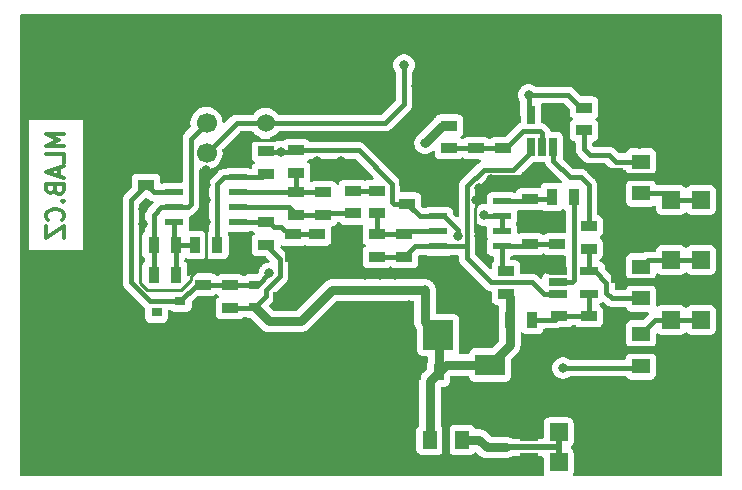
<source format=gbr>
%TF.GenerationSoftware,KiCad,Pcbnew,6.0.4-6f826c9f35~116~ubuntu20.04.1*%
%TF.CreationDate,2022-04-06T13:45:02+00:00*%
%TF.ProjectId,PCRD04B,50435244-3034-4422-9e6b-696361645f70,REV*%
%TF.SameCoordinates,Original*%
%TF.FileFunction,Copper,L2,Bot*%
%TF.FilePolarity,Positive*%
%FSLAX46Y46*%
G04 Gerber Fmt 4.6, Leading zero omitted, Abs format (unit mm)*
G04 Created by KiCad (PCBNEW 6.0.4-6f826c9f35~116~ubuntu20.04.1) date 2022-04-06 13:45:02*
%MOMM*%
%LPD*%
G01*
G04 APERTURE LIST*
%ADD10C,0.300000*%
%TA.AperFunction,NonConductor*%
%ADD11C,0.300000*%
%TD*%
%TA.AperFunction,ComponentPad*%
%ADD12R,1.524000X1.524000*%
%TD*%
%TA.AperFunction,ComponentPad*%
%ADD13C,6.000000*%
%TD*%
%TA.AperFunction,ComponentPad*%
%ADD14C,1.524000*%
%TD*%
%TA.AperFunction,ComponentPad*%
%ADD15C,1.700000*%
%TD*%
%TA.AperFunction,SMDPad,CuDef*%
%ADD16R,1.397000X0.889000*%
%TD*%
%TA.AperFunction,SMDPad,CuDef*%
%ADD17R,0.900000X0.800000*%
%TD*%
%TA.AperFunction,SMDPad,CuDef*%
%ADD18R,2.550160X2.499360*%
%TD*%
%TA.AperFunction,SMDPad,CuDef*%
%ADD19R,0.889000X1.397000*%
%TD*%
%TA.AperFunction,SMDPad,CuDef*%
%ADD20R,2.499360X1.800860*%
%TD*%
%TA.AperFunction,SMDPad,CuDef*%
%ADD21R,1.550000X0.600000*%
%TD*%
%TA.AperFunction,SMDPad,CuDef*%
%ADD22R,0.650000X1.560000*%
%TD*%
%TA.AperFunction,SMDPad,CuDef*%
%ADD23R,1.560000X0.650000*%
%TD*%
%TA.AperFunction,SMDPad,CuDef*%
%ADD24R,1.400000X0.899000*%
%TD*%
%TA.AperFunction,SMDPad,CuDef*%
%ADD25R,1.400000X0.889000*%
%TD*%
%TA.AperFunction,SMDPad,CuDef*%
%ADD26R,1.500000X1.300000*%
%TD*%
%TA.AperFunction,SMDPad,CuDef*%
%ADD27R,3.000000X0.700000*%
%TD*%
%TA.AperFunction,SMDPad,CuDef*%
%ADD28R,1.300000X1.500000*%
%TD*%
%TA.AperFunction,SMDPad,CuDef*%
%ADD29R,0.700000X3.000000*%
%TD*%
%TA.AperFunction,SMDPad,CuDef*%
%ADD30R,3.800000X1.000000*%
%TD*%
%TA.AperFunction,SMDPad,CuDef*%
%ADD31R,1.000000X3.800000*%
%TD*%
%TA.AperFunction,SMDPad,CuDef*%
%ADD32R,3.300000X2.550000*%
%TD*%
%TA.AperFunction,ViaPad*%
%ADD33C,0.800000*%
%TD*%
%TA.AperFunction,Conductor*%
%ADD34C,0.250000*%
%TD*%
%TA.AperFunction,Conductor*%
%ADD35C,0.400000*%
%TD*%
%TA.AperFunction,Conductor*%
%ADD36C,0.800000*%
%TD*%
%TA.AperFunction,Conductor*%
%ADD37C,0.500000*%
%TD*%
G04 APERTURE END LIST*
D10*
D11*
X113989893Y-83585710D02*
X112489893Y-83585710D01*
X113561322Y-84085710D01*
X112489893Y-84585710D01*
X113989893Y-84585710D01*
X113989893Y-86014281D02*
X113989893Y-85299996D01*
X112489893Y-85299996D01*
X113561322Y-86442853D02*
X113561322Y-87157139D01*
X113989893Y-86299996D02*
X112489893Y-86799996D01*
X113989893Y-87299996D01*
X113204179Y-88299996D02*
X113275607Y-88514281D01*
X113347036Y-88585710D01*
X113489893Y-88657139D01*
X113704179Y-88657139D01*
X113847036Y-88585710D01*
X113918464Y-88514281D01*
X113989893Y-88371424D01*
X113989893Y-87799996D01*
X112489893Y-87799996D01*
X112489893Y-88299996D01*
X112561322Y-88442853D01*
X112632750Y-88514281D01*
X112775607Y-88585710D01*
X112918464Y-88585710D01*
X113061322Y-88514281D01*
X113132750Y-88442853D01*
X113204179Y-88299996D01*
X113204179Y-87799996D01*
X113847036Y-89299996D02*
X113918464Y-89371424D01*
X113989893Y-89299996D01*
X113918464Y-89228567D01*
X113847036Y-89299996D01*
X113989893Y-89299996D01*
X113847036Y-90871424D02*
X113918464Y-90799996D01*
X113989893Y-90585710D01*
X113989893Y-90442853D01*
X113918464Y-90228567D01*
X113775607Y-90085710D01*
X113632750Y-90014281D01*
X113347036Y-89942853D01*
X113132750Y-89942853D01*
X112847036Y-90014281D01*
X112704179Y-90085710D01*
X112561322Y-90228567D01*
X112489893Y-90442853D01*
X112489893Y-90585710D01*
X112561322Y-90799996D01*
X112632750Y-90871424D01*
X112489893Y-91371424D02*
X112489893Y-92371424D01*
X113989893Y-91371424D01*
X113989893Y-92371424D01*
D12*
%TO.P,J1,1*%
%TO.N,GND*%
X158396322Y-108862139D03*
%TO.P,J1,2*%
X158396322Y-111402139D03*
%TO.P,J1,3*%
%TO.N,Net-(C21-Pad3)*%
X155856322Y-108862139D03*
%TO.P,J1,4*%
X155856322Y-111402139D03*
%TO.P,J1,5*%
%TO.N,GND*%
X153316322Y-108862139D03*
%TO.P,J1,6*%
X153316322Y-111402139D03*
%TD*%
%TO.P,J2,1*%
%TO.N,GND*%
X167921322Y-91717139D03*
%TO.P,J2,2*%
X165381322Y-91717139D03*
%TD*%
%TO.P,J3,1*%
%TO.N,/#PeakDetect/Trace*%
X167921322Y-94257139D03*
%TO.P,J3,2*%
X165381322Y-94257139D03*
%TD*%
%TO.P,J4,1*%
%TO.N,GND*%
X167921322Y-96797139D03*
%TO.P,J4,2*%
X165381322Y-96797139D03*
%TD*%
%TO.P,J5,1*%
%TO.N,GND*%
X167921322Y-86637139D03*
%TO.P,J5,2*%
X165381322Y-86637139D03*
%TD*%
%TO.P,J6,1*%
%TO.N,/A/D*%
X167921322Y-89177139D03*
%TO.P,J6,2*%
X165381322Y-89177139D03*
%TD*%
%TO.P,J7,1*%
%TO.N,GND*%
X167921322Y-101877139D03*
%TO.P,J7,2*%
X165381322Y-101877139D03*
%TD*%
D13*
%TO.P,M1,1*%
%TO.N,GND*%
X114581322Y-77747139D03*
%TD*%
%TO.P,M2,1*%
%TO.N,GND*%
X165381322Y-77747139D03*
%TD*%
%TO.P,M3,1*%
%TO.N,GND*%
X165381322Y-108227139D03*
%TD*%
%TO.P,M4,1*%
%TO.N,GND*%
X114581322Y-108227139D03*
%TD*%
D12*
%TO.P,J11,1*%
%TO.N,Net-(C23-Pad3)*%
X165381322Y-99337139D03*
%TO.P,J11,2*%
X167921322Y-99337139D03*
%TD*%
D14*
%TO.P,D2,1*%
%TO.N,/K*%
X131051322Y-82667139D03*
D15*
X126051322Y-85207139D03*
%TO.P,D2,2*%
%TO.N,/A*%
X126051322Y-82667139D03*
%TD*%
D16*
%TO.P,C20,1*%
%TO.N,/REF*%
X125757322Y-96352639D03*
%TO.P,C20,2*%
%TO.N,GND*%
X125757322Y-98257639D03*
%TD*%
%TO.P,R15,1*%
%TO.N,/REF*%
X128043322Y-96416139D03*
%TO.P,R15,2*%
%TO.N,VCC*%
X128043322Y-98321139D03*
%TD*%
D17*
%TO.P,U3,1*%
%TO.N,VCC*%
X130107322Y-98255139D03*
%TO.P,U3,2*%
%TO.N,/REF*%
X130107322Y-96355139D03*
%TO.P,U3,3*%
%TO.N,GND*%
X132107322Y-97305139D03*
%TD*%
%TO.P,U6,1*%
%TO.N,/REF*%
X123836322Y-97752139D03*
%TO.P,U6,2*%
%TO.N,GND*%
X123836322Y-99652139D03*
%TO.P,U6,3*%
%TO.N,N/C*%
X121836322Y-98702139D03*
%TD*%
D18*
%TO.P,C1,1*%
%TO.N,VCC*%
X145681082Y-100607139D03*
%TO.P,C1,2*%
%TO.N,GND*%
X140631562Y-100607139D03*
%TD*%
D16*
%TO.P,C3,1*%
%TO.N,/REF*%
X120931322Y-87907139D03*
%TO.P,C3,2*%
%TO.N,GND*%
X120931322Y-86002139D03*
%TD*%
D19*
%TO.P,C4,1*%
%TO.N,VCC*%
X145696322Y-103782139D03*
%TO.P,C4,2*%
%TO.N,GND*%
X143791322Y-103782139D03*
%TD*%
%TO.P,C5,1*%
%TO.N,Net-(C10-Pad2)*%
X123471322Y-92987139D03*
%TO.P,C5,2*%
%TO.N,/A*%
X121566322Y-92987139D03*
%TD*%
D16*
%TO.P,C6,1*%
%TO.N,/VCC1*%
X135409322Y-92098139D03*
%TO.P,C6,2*%
%TO.N,GND*%
X135409322Y-94003139D03*
%TD*%
%TO.P,C7,1*%
%TO.N,/VCC2*%
X155729322Y-92923639D03*
%TO.P,C7,2*%
%TO.N,GND*%
X155729322Y-91018639D03*
%TD*%
%TO.P,C8,1*%
%TO.N,/VCC3*%
X148871322Y-84795639D03*
%TO.P,C8,2*%
%TO.N,GND*%
X148871322Y-82890639D03*
%TD*%
%TO.P,C9,1*%
%TO.N,/VCC4*%
X155856322Y-99019639D03*
%TO.P,C9,2*%
%TO.N,GND*%
X155856322Y-100924639D03*
%TD*%
D19*
%TO.P,C10,1*%
%TO.N,Net-(C10-Pad1)*%
X126963822Y-92987139D03*
%TO.P,C10,2*%
%TO.N,Net-(C10-Pad2)*%
X125058822Y-92987139D03*
%TD*%
D16*
%TO.P,C11,1*%
%TO.N,/VCC1*%
X133377322Y-92098139D03*
%TO.P,C11,2*%
%TO.N,GND*%
X133377322Y-94003139D03*
%TD*%
%TO.P,C12,1*%
%TO.N,/VCC2*%
X153443322Y-92923639D03*
%TO.P,C12,2*%
%TO.N,GND*%
X153443322Y-91018639D03*
%TD*%
%TO.P,C13,1*%
%TO.N,/VCC3*%
X151157322Y-84795639D03*
%TO.P,C13,2*%
%TO.N,GND*%
X151157322Y-82890639D03*
%TD*%
%TO.P,C14,1*%
%TO.N,/VCC4*%
X158396322Y-99019639D03*
%TO.P,C14,2*%
%TO.N,GND*%
X158396322Y-100924639D03*
%TD*%
%TO.P,C15,1*%
%TO.N,Net-(C15-Pad1)*%
X135917322Y-90447139D03*
%TO.P,C15,2*%
%TO.N,Net-(C15-Pad2)*%
X135917322Y-88542139D03*
%TD*%
%TO.P,C16,1*%
%TO.N,Net-(C16-Pad1)*%
X138457322Y-88415139D03*
%TO.P,C16,2*%
%TO.N,Net-(C15-Pad1)*%
X138457322Y-90320139D03*
%TD*%
%TO.P,C17,1*%
%TO.N,/REF*%
X143029322Y-89494639D03*
%TO.P,C17,2*%
%TO.N,GND*%
X143029322Y-87589639D03*
%TD*%
%TO.P,C18,1*%
%TO.N,Net-(C18-Pad1)*%
X142775322Y-94003139D03*
%TO.P,C18,2*%
%TO.N,Net-(C18-Pad2)*%
X142775322Y-92098139D03*
%TD*%
%TO.P,C19,1*%
%TO.N,Net-(C19-Pad1)*%
X153443322Y-89113639D03*
%TO.P,C19,2*%
%TO.N,GND*%
X153443322Y-87208639D03*
%TD*%
D20*
%TO.P,D1,1*%
%TO.N,VCC*%
X150047342Y-103147139D03*
%TO.P,D1,2*%
%TO.N,GND*%
X154045302Y-103147139D03*
%TD*%
D16*
%TO.P,R3,1*%
%TO.N,/VCC2*%
X151411322Y-95209639D03*
%TO.P,R3,2*%
%TO.N,VCC*%
X151411322Y-97114639D03*
%TD*%
%TO.P,R4,1*%
%TO.N,/VCC3*%
X146585322Y-84795639D03*
%TO.P,R4,2*%
%TO.N,VCC*%
X146585322Y-82890639D03*
%TD*%
D19*
%TO.P,R5,1*%
%TO.N,/VCC4*%
X153633822Y-99337139D03*
%TO.P,R5,2*%
%TO.N,VCC*%
X151728822Y-99337139D03*
%TD*%
%TO.P,R6,1*%
%TO.N,Net-(C10-Pad2)*%
X123471322Y-95527139D03*
%TO.P,R6,2*%
%TO.N,/A*%
X121566322Y-95527139D03*
%TD*%
D16*
%TO.P,R7,1*%
%TO.N,/REF*%
X131091322Y-85049639D03*
%TO.P,R7,2*%
%TO.N,Net-(C10-Pad1)*%
X131091322Y-86954639D03*
%TD*%
%TO.P,R8,1*%
%TO.N,Net-(C15-Pad2)*%
X133631322Y-86891139D03*
%TO.P,R8,2*%
%TO.N,/REF*%
X133631322Y-84986139D03*
%TD*%
%TO.P,R9,1*%
%TO.N,Net-(C15-Pad1)*%
X133631322Y-90447139D03*
%TO.P,R9,2*%
%TO.N,Net-(C15-Pad2)*%
X133631322Y-88542139D03*
%TD*%
%TO.P,R10,1*%
%TO.N,Net-(C18-Pad2)*%
X140489322Y-90320139D03*
%TO.P,R10,2*%
%TO.N,Net-(C16-Pad1)*%
X140489322Y-88415139D03*
%TD*%
%TO.P,R11,1*%
%TO.N,Net-(C18-Pad1)*%
X140489322Y-94003139D03*
%TO.P,R11,2*%
%TO.N,Net-(C18-Pad2)*%
X140489322Y-92098139D03*
%TD*%
%TO.P,R12,1*%
%TO.N,Net-(C2-Pad1)*%
X158396322Y-93304639D03*
%TO.P,R12,2*%
%TO.N,Net-(R12-Pad2)*%
X158396322Y-91399639D03*
%TD*%
D19*
%TO.P,R13,1*%
%TO.N,Net-(C19-Pad1)*%
X155284822Y-88923139D03*
%TO.P,R13,2*%
%TO.N,Net-(R13-Pad2)*%
X157189822Y-88923139D03*
%TD*%
D21*
%TO.P,U1,1*%
%TO.N,Net-(C10-Pad2)*%
X123311322Y-91082139D03*
%TO.P,U1,2*%
%TO.N,/A*%
X123311322Y-89812139D03*
%TO.P,U1,3*%
%TO.N,/REF*%
X123311322Y-88542139D03*
%TO.P,U1,4*%
%TO.N,GND*%
X123311322Y-87272139D03*
%TO.P,U1,5*%
%TO.N,Net-(C10-Pad1)*%
X128711322Y-87272139D03*
%TO.P,U1,6*%
%TO.N,Net-(C15-Pad2)*%
X128711322Y-88542139D03*
%TO.P,U1,7*%
%TO.N,Net-(C15-Pad1)*%
X128711322Y-89812139D03*
%TO.P,U1,8*%
%TO.N,/VCC1*%
X128711322Y-91082139D03*
%TD*%
D22*
%TO.P,U4,1*%
%TO.N,Net-(R12-Pad2)*%
X155409322Y-84685139D03*
%TO.P,U4,2*%
%TO.N,/VCC3*%
X154459322Y-84685139D03*
%TO.P,U4,3*%
%TO.N,Net-(C18-Pad1)*%
X153509322Y-84685139D03*
%TO.P,U4,4*%
%TO.N,Net-(R1-Pad2)*%
X153509322Y-81985139D03*
%TO.P,U4,5*%
%TO.N,GND*%
X155409322Y-81985139D03*
%TD*%
D23*
%TO.P,U5,1*%
%TO.N,Net-(C18-Pad1)*%
X155776322Y-97112139D03*
%TO.P,U5,2*%
%TO.N,Net-(R13-Pad2)*%
X155776322Y-96162139D03*
%TO.P,U5,3*%
%TO.N,GND*%
X155776322Y-95212139D03*
%TO.P,U5,4*%
%TO.N,Net-(C2-Pad1)*%
X158476322Y-95212139D03*
%TO.P,U5,5*%
%TO.N,/VCC4*%
X158476322Y-97112139D03*
%TD*%
D16*
%TO.P,R2,1*%
%TO.N,/VCC1*%
X131091322Y-91082139D03*
%TO.P,R2,2*%
%TO.N,VCC*%
X131091322Y-92987139D03*
%TD*%
D21*
%TO.P,U2,1*%
%TO.N,Net-(C18-Pad1)*%
X145663322Y-93114139D03*
%TO.P,U2,2*%
%TO.N,Net-(C18-Pad2)*%
X145663322Y-91844139D03*
%TO.P,U2,3*%
%TO.N,/REF*%
X145663322Y-90574139D03*
%TO.P,U2,4*%
%TO.N,GND*%
X145663322Y-89304139D03*
%TO.P,U2,5*%
%TO.N,Net-(C19-Pad1)*%
X151063322Y-89304139D03*
%TO.P,U2,6*%
%TO.N,Net-(R1-Pad2)*%
X151063322Y-90574139D03*
%TO.P,U2,7*%
X151063322Y-91844139D03*
%TO.P,U2,8*%
%TO.N,/VCC2*%
X151063322Y-93114139D03*
%TD*%
D24*
%TO.P,R1,1*%
%TO.N,Net-(C22-Pad1)*%
X158015322Y-83271639D03*
D25*
%TO.P,R1,2*%
%TO.N,Net-(R1-Pad2)*%
X158015322Y-81366639D03*
%TD*%
D26*
%TO.P,C2,1*%
%TO.N,Net-(C2-Pad1)*%
X162841322Y-97512139D03*
D27*
%TO.P,C2,2*%
%TO.N,GND*%
X162841322Y-96162139D03*
D26*
%TO.P,C2,3*%
%TO.N,/#PeakDetect/Trace*%
X162841322Y-94812139D03*
%TD*%
D28*
%TO.P,C21,1*%
%TO.N,VCC*%
X144981322Y-109497139D03*
D29*
%TO.P,C21,2*%
%TO.N,GND*%
X146331322Y-109497139D03*
D28*
%TO.P,C21,3*%
%TO.N,Net-(C21-Pad3)*%
X147681322Y-109497139D03*
%TD*%
D26*
%TO.P,C22,1*%
%TO.N,Net-(C22-Pad1)*%
X162841322Y-85922139D03*
D27*
%TO.P,C22,2*%
%TO.N,GND*%
X162841322Y-87272139D03*
D26*
%TO.P,C22,3*%
%TO.N,/A/D*%
X162841322Y-88622139D03*
%TD*%
%TO.P,C23,1*%
%TO.N,/REF*%
X162841322Y-103227139D03*
D27*
%TO.P,C23,2*%
%TO.N,GND*%
X162841322Y-101877139D03*
D26*
%TO.P,C23,3*%
%TO.N,Net-(C23-Pad3)*%
X162841322Y-100527139D03*
%TD*%
D30*
%TO.P,M6,1*%
%TO.N,GND*%
X153886322Y-106457139D03*
X147886322Y-76157139D03*
D31*
X116986322Y-88307139D03*
X160786322Y-82307139D03*
D30*
X153886322Y-76157139D03*
X135886322Y-106457139D03*
D32*
X118136322Y-105682139D03*
D30*
X141886322Y-106457139D03*
X123886322Y-76157139D03*
D32*
X159636322Y-105682139D03*
D31*
X116986322Y-94307139D03*
X116986322Y-100307139D03*
D30*
X141886322Y-76157139D03*
X129886322Y-106457139D03*
X129886322Y-76157139D03*
D32*
X118136322Y-76932139D03*
X159636322Y-76932139D03*
D30*
X123886322Y-106457139D03*
X135886322Y-76157139D03*
X147886322Y-106457139D03*
D31*
X160786322Y-94307139D03*
X116986322Y-82307139D03*
X160786322Y-100307139D03*
X160786322Y-88307139D03*
%TD*%
D33*
%TO.N,GND*%
X127281322Y-100607139D03*
X151471324Y-106957139D03*
X146458322Y-88034139D03*
X149125322Y-92225139D03*
X135409322Y-85875139D03*
X149887322Y-98321139D03*
X148909322Y-89177139D03*
X150141322Y-80922139D03*
X139473322Y-95527139D03*
X126011322Y-87907139D03*
X140616322Y-102512139D03*
X155221322Y-87272139D03*
X145569322Y-79525139D03*
X140743322Y-95527139D03*
X127916322Y-94892139D03*
X155856322Y-79017139D03*
X137441322Y-87145139D03*
X140616322Y-104417139D03*
X143156322Y-101242139D03*
X122201322Y-86002139D03*
X143791322Y-79525139D03*
X129186322Y-100607139D03*
X143156322Y-98067139D03*
X141886322Y-108227139D03*
X141886322Y-104417139D03*
X150141322Y-87437139D03*
X125376322Y-80922139D03*
X143156322Y-111402139D03*
X129186322Y-85367139D03*
X117883322Y-86891139D03*
X127916322Y-85367139D03*
X137441322Y-85875139D03*
X133631322Y-95527139D03*
X132996322Y-101877139D03*
X146331322Y-86637139D03*
X147601322Y-86637139D03*
X163857322Y-84097139D03*
X140616322Y-84732139D03*
X123471322Y-84097139D03*
X160047322Y-84097139D03*
X159666322Y-108227139D03*
X141251322Y-79525139D03*
X146331322Y-98067139D03*
X123471322Y-86002139D03*
X151411322Y-80922139D03*
X145553322Y-88034139D03*
X126011322Y-89177139D03*
X141886322Y-84097139D03*
X120677322Y-91209139D03*
X132996322Y-80922139D03*
X134901322Y-95527139D03*
X148071322Y-99337139D03*
X141886322Y-111402139D03*
X138330322Y-95273139D03*
X146331322Y-111402139D03*
X127281322Y-80922139D03*
X149119508Y-88155325D03*
X129821322Y-94892139D03*
X120677322Y-89939139D03*
X124995322Y-94765139D03*
X144426322Y-111402139D03*
X146331322Y-80795139D03*
X129186322Y-84097139D03*
X160936322Y-90447139D03*
X130456322Y-101877139D03*
X118391322Y-88923139D03*
X126010779Y-86656574D03*
X160301322Y-92987139D03*
X126011322Y-91082139D03*
X125376322Y-100607139D03*
X146331322Y-95400139D03*
X148071322Y-101242139D03*
X129186322Y-80922139D03*
X154586322Y-94892139D03*
X149379322Y-93749139D03*
X122836322Y-100607139D03*
X153316322Y-101242139D03*
X146331322Y-94511139D03*
X120931322Y-100607139D03*
X136806322Y-99337139D03*
X135536322Y-101242139D03*
X152046322Y-79017139D03*
X161825322Y-83843139D03*
X126011322Y-94892139D03*
X142013322Y-95527139D03*
X123471322Y-81557139D03*
X135409322Y-87145139D03*
X154459322Y-90955139D03*
X154586322Y-79017139D03*
X159666322Y-86637139D03*
X141886322Y-86002139D03*
X136171322Y-95527139D03*
X143156322Y-99337139D03*
X141886322Y-102512139D03*
X138330322Y-92733139D03*
X141886322Y-109497139D03*
X128551322Y-92987139D03*
X151471324Y-108227139D03*
X143791322Y-82065139D03*
X140997322Y-78001139D03*
X148236322Y-80922139D03*
X162206322Y-92987139D03*
X138330322Y-94003139D03*
X153316322Y-94892139D03*
X134266322Y-80922139D03*
X154586322Y-86637139D03*
%TO.N,VCC*%
X144553322Y-96797139D03*
X144553322Y-84351139D03*
%TO.N,/K*%
X142775322Y-77747139D03*
%TO.N,/REF*%
X132361322Y-85113139D03*
X156237322Y-103401139D03*
X131354386Y-95402704D03*
X147309322Y-92225139D03*
%TO.N,Net-(R1-Pad2)*%
X149506322Y-90447139D03*
X153316322Y-80287139D03*
%TD*%
D34*
%TO.N,GND*%
X154045302Y-101971119D02*
X153316322Y-101242139D01*
D35*
X143029322Y-87145139D02*
X141886322Y-86002139D01*
D34*
X151411322Y-80922139D02*
X151411322Y-79652139D01*
D35*
X141251322Y-84732139D02*
X141886322Y-84097139D01*
D34*
X129821322Y-94892139D02*
X129821322Y-94257139D01*
X125122322Y-94892139D02*
X124995322Y-94765139D01*
D35*
X155157822Y-87208639D02*
X155221322Y-87272139D01*
D34*
X154522822Y-91018639D02*
X154459322Y-90955139D01*
X148909322Y-89177139D02*
X148909322Y-89742824D01*
X130456322Y-101877139D02*
X132996322Y-101877139D01*
X163857322Y-84097139D02*
X162654573Y-84672390D01*
X155729322Y-91018639D02*
X154522822Y-91018639D01*
X132107322Y-97051139D02*
X133631322Y-95527139D01*
X135409322Y-87145139D02*
X137441322Y-87145139D01*
X126011322Y-94892139D02*
X125445637Y-94892139D01*
X154045302Y-103147139D02*
X154045302Y-101971119D01*
X122836322Y-100607139D02*
X120931322Y-100607139D01*
D35*
X153443322Y-87208639D02*
X155157822Y-87208639D01*
D34*
X126011322Y-94892139D02*
X127916322Y-94892139D01*
X135536322Y-101242139D02*
X135536322Y-100607139D01*
X132996322Y-80922139D02*
X134266322Y-80922139D01*
X124741322Y-81557139D02*
X125376322Y-80922139D01*
X127281322Y-100607139D02*
X129186322Y-100607139D01*
X137060322Y-94003139D02*
X138330322Y-95273139D01*
X159636322Y-108197139D02*
X159666322Y-108227139D01*
X149887322Y-98321139D02*
X148309924Y-101003537D01*
X135536322Y-100607139D02*
X136806322Y-99337139D01*
X120423322Y-94765139D02*
X120423322Y-89939139D01*
X148781321Y-89870825D02*
X148781321Y-91881138D01*
X145663322Y-89304139D02*
X145663322Y-88144139D01*
D35*
X155776322Y-95212139D02*
X154906322Y-95212139D01*
D34*
X136806322Y-99337139D02*
X141886322Y-99337139D01*
X123471322Y-81557139D02*
X124741322Y-81557139D01*
D35*
X146331322Y-80795139D02*
X145061322Y-80795139D01*
D34*
X154586322Y-79017139D02*
X155856322Y-79017139D01*
X148781321Y-91881138D02*
X149125322Y-92225139D01*
X148909322Y-89742824D02*
X148781321Y-89870825D01*
X126011322Y-94892139D02*
X125122322Y-94892139D01*
X120423322Y-96181663D02*
X120423322Y-94765139D01*
X125757322Y-98257639D02*
X125757322Y-100226139D01*
X160301322Y-87272139D02*
X159666322Y-86637139D01*
X123886322Y-76157139D02*
X123886322Y-84317139D01*
D35*
X154906322Y-95212139D02*
X154586322Y-94892139D01*
D34*
X140616322Y-84732139D02*
X139638323Y-83754140D01*
D35*
X150306322Y-87272139D02*
X150141322Y-87437139D01*
D34*
X159636322Y-105682139D02*
X159636322Y-108197139D01*
X121038798Y-96797139D02*
X120423322Y-96181663D01*
X141886322Y-106457139D02*
X141886322Y-108227139D01*
X151411322Y-79652139D02*
X152046322Y-79017139D01*
X141886322Y-106457139D02*
X141886322Y-104417139D01*
X123471322Y-86002139D02*
X123471322Y-84097139D01*
X141886322Y-99337139D02*
X143156322Y-98067139D01*
D35*
X146458322Y-87780139D02*
X147601322Y-86637139D01*
X146458322Y-88034139D02*
X146458322Y-87780139D01*
D34*
X125445637Y-94892139D02*
X125318637Y-95019139D01*
X127916322Y-85367139D02*
X129186322Y-85367139D01*
X132107322Y-97305139D02*
X132107322Y-97051139D01*
X129821322Y-94257139D02*
X128551322Y-92987139D01*
D35*
X141251322Y-79525139D02*
X141251322Y-78255139D01*
D34*
X120423322Y-94765139D02*
X120423322Y-91463139D01*
X124733821Y-95603955D02*
X124733821Y-95992642D01*
X124733821Y-95992642D02*
X123929324Y-96797139D01*
X148236322Y-80922139D02*
X150141322Y-80922139D01*
X123886322Y-84317139D02*
X122201322Y-86002139D01*
X117883322Y-86891139D02*
X117883322Y-88415139D01*
X146331322Y-111402139D02*
X144426322Y-111402139D01*
X162654573Y-84672390D02*
X161825322Y-83843139D01*
D35*
X140616322Y-84732139D02*
X141251322Y-84732139D01*
D34*
X147886322Y-106457139D02*
X150971324Y-106457139D01*
X139473322Y-95527139D02*
X140743322Y-95527139D01*
X125318637Y-95019139D02*
X124733821Y-95603955D01*
X126010779Y-87906596D02*
X126011322Y-87907139D01*
X148071322Y-99337139D02*
X149671322Y-99337139D01*
X132069321Y-83754140D02*
X131726322Y-84097139D01*
X160786322Y-88307139D02*
X160786322Y-90297139D01*
D35*
X141251322Y-78255139D02*
X140997322Y-78001139D01*
X145061322Y-80795139D02*
X143791322Y-82065139D01*
D34*
X160786322Y-90297139D02*
X160936322Y-90447139D01*
X148309924Y-101003537D02*
X148071322Y-101242139D01*
X135409322Y-94003139D02*
X137060322Y-94003139D01*
X143156322Y-111402139D02*
X141886322Y-111402139D01*
X134901322Y-95527139D02*
X136171322Y-95527139D01*
X143156322Y-99337139D02*
X143156322Y-101242139D01*
X125757322Y-100226139D02*
X125376322Y-100607139D01*
X141886322Y-102512139D02*
X140616322Y-102512139D01*
D35*
X143029322Y-87589639D02*
X143029322Y-87145139D01*
D34*
X160301322Y-92987139D02*
X162206322Y-92987139D01*
X126011322Y-89177139D02*
X126011322Y-91082139D01*
X126010779Y-86656574D02*
X126010779Y-87906596D01*
X139638323Y-83754140D02*
X132069321Y-83754140D01*
X123929324Y-96797139D02*
X121038798Y-96797139D01*
X127281322Y-80922139D02*
X129186322Y-80922139D01*
D35*
X145569322Y-79525139D02*
X143791322Y-79525139D01*
X155221322Y-87272139D02*
X154586322Y-86637139D01*
D34*
X120423322Y-91463139D02*
X120677322Y-91209139D01*
X145663322Y-88144139D02*
X145553322Y-88034139D01*
X142013322Y-95527139D02*
X145315322Y-95527139D01*
X150971324Y-106457139D02*
X151471324Y-106957139D01*
D35*
X138330322Y-95273139D02*
X138330322Y-94003139D01*
D34*
X137441322Y-85875139D02*
X135409322Y-85875139D01*
X162841322Y-87272139D02*
X160301322Y-87272139D01*
X145315322Y-95527139D02*
X146331322Y-94511139D01*
X117883322Y-88415139D02*
X118391322Y-88923139D01*
X131726322Y-84097139D02*
X129186322Y-84097139D01*
X126011322Y-94892139D02*
X126011322Y-91082139D01*
D35*
X155221322Y-87272139D02*
X150306322Y-87272139D01*
D36*
%TO.N,VCC*%
X151728822Y-97432139D02*
X151411322Y-97114639D01*
X151728822Y-99337139D02*
X151728822Y-101465659D01*
X150047342Y-103147139D02*
X146331322Y-103147139D01*
X144553322Y-99479379D02*
X145681082Y-100607139D01*
X144553322Y-96797139D02*
X144553322Y-99479379D01*
X130157322Y-98255139D02*
X130107322Y-98255139D01*
D35*
X131091322Y-96797139D02*
X131091322Y-97321139D01*
D36*
X131357322Y-99455139D02*
X130157322Y-98255139D01*
X144981322Y-109497139D02*
X144981322Y-104497139D01*
D35*
X132278821Y-94174638D02*
X132278821Y-95609640D01*
D36*
X145696322Y-103782139D02*
X145696322Y-100622379D01*
X151728822Y-101465659D02*
X150047342Y-103147139D01*
D35*
X128043322Y-98321139D02*
X130041322Y-98321139D01*
D36*
X145696322Y-100622379D02*
X145681082Y-100607139D01*
X144981322Y-104497139D02*
X145696322Y-103782139D01*
X146331322Y-103147139D02*
X145696322Y-103782139D01*
D35*
X130041322Y-98321139D02*
X130107322Y-98255139D01*
D36*
X136679322Y-96797139D02*
X134021322Y-99455139D01*
D35*
X132278821Y-95609640D02*
X131091322Y-96797139D01*
D36*
X151728822Y-99337139D02*
X151728822Y-97432139D01*
X134021322Y-99455139D02*
X131357322Y-99455139D01*
X146585322Y-82890639D02*
X146013822Y-82890639D01*
D35*
X131091322Y-92987139D02*
X132278821Y-94174638D01*
D36*
X144553322Y-96797139D02*
X136679322Y-96797139D01*
X146013822Y-82890639D02*
X144553322Y-84351139D01*
D35*
X130157322Y-98255139D02*
X131091322Y-97321139D01*
%TO.N,Net-(C10-Pad2)*%
X123471322Y-95527139D02*
X123471322Y-92987139D01*
X123311322Y-91082139D02*
X123311322Y-92827139D01*
X123311322Y-92827139D02*
X123471322Y-92987139D01*
X125058822Y-92987139D02*
X123471322Y-92987139D01*
%TO.N,/VCC1*%
X131726322Y-91463139D02*
X132361322Y-91463139D01*
X132996322Y-92098139D02*
X132361322Y-91463139D01*
X128711322Y-91082139D02*
X131091322Y-91082139D01*
X133377322Y-92098139D02*
X135409322Y-92098139D01*
X133377322Y-92098139D02*
X132996322Y-92098139D01*
X131091322Y-91082139D02*
X131345322Y-91082139D01*
X131345322Y-91082139D02*
X131726322Y-91463139D01*
%TO.N,/VCC2*%
X151063322Y-93114139D02*
X151063322Y-94861639D01*
X153443322Y-92923639D02*
X155729322Y-92923639D01*
X151063322Y-93114139D02*
X153252822Y-93114139D01*
X151063322Y-94861639D02*
X151411322Y-95209639D01*
X153252822Y-93114139D02*
X153443322Y-92923639D01*
%TO.N,/VCC3*%
X152871822Y-83335139D02*
X154289322Y-83335139D01*
X148871322Y-84795639D02*
X151157322Y-84795639D01*
X154459322Y-83505139D02*
X154289322Y-83335139D01*
X146585322Y-84795639D02*
X148871322Y-84795639D01*
X151411322Y-84795639D02*
X152871822Y-83335139D01*
X154459322Y-84685139D02*
X154459322Y-83505139D01*
X151157322Y-84795639D02*
X151411322Y-84795639D01*
%TO.N,/VCC4*%
X153633822Y-99337139D02*
X155538822Y-99337139D01*
X155856322Y-99019639D02*
X158396322Y-99019639D01*
X155538822Y-99337139D02*
X155856322Y-99019639D01*
X158476322Y-98939639D02*
X158396322Y-99019639D01*
X158476322Y-97112139D02*
X158476322Y-98939639D01*
%TO.N,Net-(C10-Pad1)*%
X126963822Y-92987139D02*
X126963822Y-87844639D01*
X126963822Y-87844639D02*
X127536322Y-87272139D01*
X130773822Y-87272139D02*
X131091322Y-86954639D01*
X128711322Y-87272139D02*
X127536322Y-87272139D01*
X128711322Y-87272139D02*
X130773822Y-87272139D01*
%TO.N,Net-(C15-Pad1)*%
X132996322Y-89812139D02*
X133631322Y-90447139D01*
X128711322Y-89812139D02*
X132996322Y-89812139D01*
X136044322Y-90320139D02*
X135917322Y-90447139D01*
X138457322Y-90320139D02*
X136044322Y-90320139D01*
X135917322Y-90447139D02*
X133631322Y-90447139D01*
%TO.N,Net-(C15-Pad2)*%
X133631322Y-88542139D02*
X133631322Y-86891139D01*
X128711322Y-88542139D02*
X133631322Y-88542139D01*
X133631322Y-88542139D02*
X135917322Y-88542139D01*
%TO.N,Net-(C16-Pad1)*%
X138457322Y-88415139D02*
X140489322Y-88415139D01*
%TO.N,Net-(C18-Pad1)*%
X147982322Y-93114139D02*
X148109322Y-92987139D01*
X148109322Y-94130139D02*
X148109322Y-92987139D01*
X143664322Y-93114139D02*
X142775322Y-94003139D01*
X154596322Y-97112139D02*
X153646322Y-96162139D01*
X153509322Y-85140139D02*
X152012322Y-86637139D01*
X145663322Y-93114139D02*
X143664322Y-93114139D01*
X153646322Y-96162139D02*
X150141322Y-96162139D01*
X153509322Y-85140139D02*
X153509322Y-84685139D01*
X148109322Y-92987139D02*
X148109322Y-89177139D01*
X148109322Y-88034139D02*
X148109322Y-89177139D01*
X147474322Y-93114139D02*
X147982322Y-93114139D01*
X152012322Y-86637139D02*
X149506322Y-86637139D01*
X145663322Y-93114139D02*
X147474322Y-93114139D01*
X149506322Y-86637139D02*
X148109322Y-88034139D01*
X155776322Y-97112139D02*
X154596322Y-97112139D01*
X140489322Y-94003139D02*
X142775322Y-94003139D01*
X148871322Y-94892139D02*
X148109322Y-94130139D01*
X150141322Y-96162139D02*
X148871322Y-94892139D01*
%TO.N,Net-(C18-Pad2)*%
X143029322Y-91844139D02*
X142775322Y-92098139D01*
X145663322Y-91844139D02*
X143029322Y-91844139D01*
X140489322Y-92098139D02*
X142775322Y-92098139D01*
X140489322Y-90320139D02*
X140489322Y-92098139D01*
%TO.N,Net-(C19-Pad1)*%
X153443322Y-89113639D02*
X155094322Y-89113639D01*
X153252822Y-89304139D02*
X153443322Y-89113639D01*
X155094322Y-89113639D02*
X155284822Y-88923139D01*
X151063322Y-89304139D02*
X153252822Y-89304139D01*
%TO.N,/#PeakDetect/Trace*%
X167921322Y-94257139D02*
X165381322Y-94257139D01*
X163396322Y-94257139D02*
X162841322Y-94812139D01*
X165381322Y-94257139D02*
X163396322Y-94257139D01*
%TO.N,/A/D*%
X165381322Y-89177139D02*
X167921322Y-89177139D01*
X162841322Y-88622139D02*
X164826322Y-88622139D01*
X164826322Y-88622139D02*
X165381322Y-89177139D01*
%TO.N,Net-(R12-Pad2)*%
X157761322Y-87272139D02*
X158396322Y-87907139D01*
X155409322Y-85865139D02*
X156816322Y-87272139D01*
X155409322Y-84685139D02*
X155409322Y-85865139D01*
X156816322Y-87272139D02*
X157761322Y-87272139D01*
X158396322Y-87907139D02*
X158396322Y-91399639D01*
%TO.N,Net-(R13-Pad2)*%
X156956322Y-96162139D02*
X155776322Y-96162139D01*
X157189822Y-88923139D02*
X157189822Y-95928639D01*
X157189822Y-95928639D02*
X156956322Y-96162139D01*
%TO.N,Net-(C2-Pad1)*%
X158396322Y-93304639D02*
X158396322Y-95132139D01*
X159886321Y-96167138D02*
X159886321Y-97017138D01*
X158396322Y-95132139D02*
X158476322Y-95212139D01*
X159886321Y-97017138D02*
X160381322Y-97512139D01*
X158476322Y-95212139D02*
X158931322Y-95212139D01*
X160381322Y-97512139D02*
X162841322Y-97512139D01*
X158931322Y-95212139D02*
X159886321Y-96167138D01*
%TO.N,/A*%
X123311322Y-89812139D02*
X122201322Y-89812139D01*
X121566322Y-90447139D02*
X121566322Y-92987139D01*
X121566322Y-95527139D02*
X121566322Y-92987139D01*
X122201322Y-89812139D02*
X121566322Y-90447139D01*
X124741322Y-83977139D02*
X126051322Y-82667139D01*
X123311322Y-89812139D02*
X124486322Y-89812139D01*
X124486322Y-89812139D02*
X124741322Y-89557139D01*
X124741322Y-89557139D02*
X124741322Y-83977139D01*
%TO.N,/K*%
X142775322Y-77747139D02*
X142775322Y-81049139D01*
X128591322Y-82667139D02*
X131051322Y-82667139D01*
X142775322Y-81049139D02*
X141157322Y-82667139D01*
X126051322Y-85207139D02*
X128591322Y-82667139D01*
X141157322Y-82667139D02*
X131051322Y-82667139D01*
%TO.N,/REF*%
X120931322Y-87907139D02*
X119661322Y-89177139D01*
X125757322Y-96352639D02*
X125235822Y-96352639D01*
X162667322Y-103401139D02*
X162841322Y-103227139D01*
X123311322Y-88542139D02*
X121947322Y-88542139D01*
X131154822Y-85113139D02*
X131091322Y-85049639D01*
X134729822Y-84986139D02*
X133631322Y-84986139D01*
X141930822Y-89494639D02*
X141759322Y-89323139D01*
X127979822Y-96352639D02*
X128043322Y-96416139D01*
X132361322Y-85113139D02*
X133504322Y-85113139D01*
X144108822Y-90574139D02*
X143029322Y-89494639D01*
X138923324Y-84986139D02*
X134729822Y-84986139D01*
X145663322Y-90574139D02*
X144108822Y-90574139D01*
X132361322Y-85113139D02*
X131154822Y-85113139D01*
X130401951Y-96355139D02*
X131354386Y-95402704D01*
X121947322Y-88542139D02*
X121566322Y-88542139D01*
X141759322Y-87822137D02*
X138923324Y-84986139D01*
X125757322Y-96352639D02*
X127979822Y-96352639D01*
X130046322Y-96416139D02*
X130107322Y-96355139D01*
X143029322Y-89494639D02*
X141930822Y-89494639D01*
X125235822Y-96352639D02*
X123836322Y-97752139D01*
X146138322Y-90574139D02*
X147309322Y-91745139D01*
X145663322Y-90574139D02*
X146138322Y-90574139D01*
X141759322Y-89323139D02*
X141759322Y-87822137D01*
X128043322Y-96416139D02*
X130046322Y-96416139D01*
X121251322Y-97752139D02*
X123836322Y-97752139D01*
X121566322Y-88542139D02*
X120931322Y-87907139D01*
X147309322Y-91745139D02*
X147309322Y-92225139D01*
X133504322Y-85113139D02*
X133631322Y-84986139D01*
X119661322Y-96162139D02*
X121251322Y-97752139D01*
X119661322Y-89177139D02*
X119661322Y-96162139D01*
X130107322Y-96355139D02*
X130401951Y-96355139D01*
X156237322Y-103401139D02*
X162667322Y-103401139D01*
D36*
%TO.N,Net-(C21-Pad3)*%
X149131322Y-109497139D02*
X149766322Y-110132139D01*
D35*
X155856322Y-110132139D02*
X155856322Y-108862139D01*
D37*
X155856322Y-111402139D02*
X155856322Y-108862139D01*
D36*
X149766322Y-110132139D02*
X151411322Y-110132139D01*
X147681322Y-109497139D02*
X149131322Y-109497139D01*
D35*
X155856322Y-111402139D02*
X155856322Y-110132139D01*
D37*
X155856322Y-110132139D02*
X151411322Y-110132139D01*
D35*
%TO.N,Net-(C22-Pad1)*%
X158523322Y-85367139D02*
X158015322Y-84859139D01*
X158015322Y-84859139D02*
X158015322Y-83271639D01*
X162841322Y-85922139D02*
X160688320Y-85922139D01*
X160133320Y-85367139D02*
X158523322Y-85367139D01*
X160688320Y-85922139D02*
X160133320Y-85367139D01*
%TO.N,Net-(C23-Pad3)*%
X167921322Y-99337139D02*
X165381322Y-99337139D01*
X165381322Y-99337139D02*
X164031322Y-99337139D01*
X164031322Y-99337139D02*
X162841322Y-100527139D01*
%TO.N,Net-(R1-Pad2)*%
X158015322Y-81366639D02*
X157759822Y-81366639D01*
X149633322Y-90574139D02*
X149506322Y-90447139D01*
X156680322Y-80287139D02*
X153882007Y-80287139D01*
X151063322Y-91844139D02*
X151063322Y-90574139D01*
X153882007Y-80287139D02*
X153316322Y-80287139D01*
X157759822Y-81366639D02*
X156680322Y-80287139D01*
X153316322Y-80287139D02*
X153316322Y-81792139D01*
X153316322Y-81792139D02*
X153509322Y-81985139D01*
X151063322Y-90574139D02*
X149633322Y-90574139D01*
%TD*%
%TA.AperFunction,Conductor*%
%TO.N,GND*%
G36*
X169641443Y-73449141D02*
G01*
X169687936Y-73502797D01*
X169699322Y-73555139D01*
X169699322Y-112419139D01*
X169679320Y-112487260D01*
X169625664Y-112533753D01*
X169573322Y-112545139D01*
X157200390Y-112545139D01*
X157132269Y-112525137D01*
X157085776Y-112471481D01*
X157075672Y-112401207D01*
X157082408Y-112374909D01*
X157117293Y-112281854D01*
X157120067Y-112274455D01*
X157126822Y-112212273D01*
X157126822Y-110592005D01*
X157120067Y-110529823D01*
X157068937Y-110393434D01*
X156981583Y-110276878D01*
X156922990Y-110232965D01*
X156880475Y-110176106D01*
X156875449Y-110105287D01*
X156909509Y-110042994D01*
X156922990Y-110031313D01*
X156974403Y-109992781D01*
X156981583Y-109987400D01*
X157068937Y-109870844D01*
X157120067Y-109734455D01*
X157126822Y-109672273D01*
X157126822Y-108052005D01*
X157120067Y-107989823D01*
X157068937Y-107853434D01*
X156981583Y-107736878D01*
X156865027Y-107649524D01*
X156728638Y-107598394D01*
X156666456Y-107591639D01*
X155046188Y-107591639D01*
X154984006Y-107598394D01*
X154847617Y-107649524D01*
X154731061Y-107736878D01*
X154643707Y-107853434D01*
X154592577Y-107989823D01*
X154585822Y-108052005D01*
X154585822Y-109247639D01*
X154565820Y-109315760D01*
X154512164Y-109362253D01*
X154459822Y-109373639D01*
X151948321Y-109373639D01*
X151885321Y-109356758D01*
X151788601Y-109300916D01*
X151788600Y-109300915D01*
X151782878Y-109297612D01*
X151601250Y-109238597D01*
X151594689Y-109237907D01*
X151594687Y-109237907D01*
X151541433Y-109232310D01*
X151458932Y-109223639D01*
X150194825Y-109223639D01*
X150126704Y-109203637D01*
X150105730Y-109186734D01*
X149831303Y-108912307D01*
X149818462Y-108897274D01*
X149814068Y-108891226D01*
X149814067Y-108891225D01*
X149810188Y-108885886D01*
X149759363Y-108840123D01*
X149754578Y-108835582D01*
X149740063Y-108821067D01*
X149732604Y-108815027D01*
X149724106Y-108808145D01*
X149719091Y-108803861D01*
X149673177Y-108762520D01*
X149673172Y-108762516D01*
X149668266Y-108758099D01*
X149662550Y-108754799D01*
X149662546Y-108754796D01*
X149656085Y-108751066D01*
X149639788Y-108739866D01*
X149633982Y-108735164D01*
X149633980Y-108735163D01*
X149628852Y-108731010D01*
X149567899Y-108699953D01*
X149562104Y-108696806D01*
X149508601Y-108665916D01*
X149508600Y-108665915D01*
X149502878Y-108662612D01*
X149496596Y-108660571D01*
X149496594Y-108660570D01*
X149489496Y-108658264D01*
X149471229Y-108650698D01*
X149458692Y-108644310D01*
X149392621Y-108626606D01*
X149386319Y-108624739D01*
X149321250Y-108603597D01*
X149314685Y-108602907D01*
X149314676Y-108602905D01*
X149307247Y-108602124D01*
X149287813Y-108598522D01*
X149280608Y-108596592D01*
X149280606Y-108596592D01*
X149274225Y-108594882D01*
X149267634Y-108594537D01*
X149267630Y-108594536D01*
X149205938Y-108591303D01*
X149199364Y-108590786D01*
X149182206Y-108588983D01*
X149182204Y-108588983D01*
X149178932Y-108588639D01*
X149158396Y-108588639D01*
X149151802Y-108588466D01*
X149090104Y-108585232D01*
X149090099Y-108585232D01*
X149083512Y-108584887D01*
X149069614Y-108587088D01*
X149049905Y-108588639D01*
X148902331Y-108588639D01*
X148834210Y-108568637D01*
X148787717Y-108514981D01*
X148785419Y-108509445D01*
X148785089Y-108508842D01*
X148781937Y-108500434D01*
X148694583Y-108383878D01*
X148578027Y-108296524D01*
X148441638Y-108245394D01*
X148379456Y-108238639D01*
X146983188Y-108238639D01*
X146921006Y-108245394D01*
X146784617Y-108296524D01*
X146668061Y-108383878D01*
X146580707Y-108500434D01*
X146529577Y-108636823D01*
X146522822Y-108699005D01*
X146522822Y-110295273D01*
X146529577Y-110357455D01*
X146580707Y-110493844D01*
X146668061Y-110610400D01*
X146784617Y-110697754D01*
X146921006Y-110748884D01*
X146983188Y-110755639D01*
X148379456Y-110755639D01*
X148441638Y-110748884D01*
X148578027Y-110697754D01*
X148694583Y-110610400D01*
X148721031Y-110575110D01*
X148777888Y-110532596D01*
X148848706Y-110527570D01*
X148910951Y-110561581D01*
X149066341Y-110716971D01*
X149079182Y-110732004D01*
X149087456Y-110743392D01*
X149094503Y-110749737D01*
X149138281Y-110789155D01*
X149143066Y-110793696D01*
X149157581Y-110808211D01*
X149160145Y-110810287D01*
X149173538Y-110821133D01*
X149178553Y-110825417D01*
X149224467Y-110866758D01*
X149224472Y-110866762D01*
X149229378Y-110871179D01*
X149235094Y-110874479D01*
X149235098Y-110874482D01*
X149241559Y-110878212D01*
X149257855Y-110889412D01*
X149268792Y-110898268D01*
X149274670Y-110901263D01*
X149274673Y-110901265D01*
X149329748Y-110929327D01*
X149335545Y-110932475D01*
X149389043Y-110963362D01*
X149394766Y-110966666D01*
X149408148Y-110971014D01*
X149426407Y-110978577D01*
X149438952Y-110984969D01*
X149445322Y-110986676D01*
X149445325Y-110986677D01*
X149484396Y-110997146D01*
X149505034Y-111002676D01*
X149511347Y-111004546D01*
X149576394Y-111025681D01*
X149590397Y-111027153D01*
X149609826Y-111030754D01*
X149623419Y-111034396D01*
X149630016Y-111034742D01*
X149630018Y-111034742D01*
X149691706Y-111037975D01*
X149698280Y-111038492D01*
X149715438Y-111040295D01*
X149715440Y-111040295D01*
X149718712Y-111040639D01*
X149739248Y-111040639D01*
X149745842Y-111040812D01*
X149807540Y-111044046D01*
X149807545Y-111044046D01*
X149814132Y-111044391D01*
X149820648Y-111043359D01*
X149820649Y-111043359D01*
X149828029Y-111042190D01*
X149847739Y-111040639D01*
X151458932Y-111040639D01*
X151552964Y-111030756D01*
X151594687Y-111026371D01*
X151594689Y-111026371D01*
X151601250Y-111025681D01*
X151782878Y-110966666D01*
X151885322Y-110907520D01*
X151948321Y-110890639D01*
X154459822Y-110890639D01*
X154527943Y-110910641D01*
X154574436Y-110964297D01*
X154585822Y-111016639D01*
X154585822Y-112212273D01*
X154592577Y-112274455D01*
X154595351Y-112281854D01*
X154630236Y-112374909D01*
X154635419Y-112445716D01*
X154601498Y-112508085D01*
X154539243Y-112542215D01*
X154512254Y-112545139D01*
X110389322Y-112545139D01*
X110321201Y-112525137D01*
X110274708Y-112471481D01*
X110263322Y-112419139D01*
X110263322Y-96199491D01*
X118948597Y-96199491D01*
X118959192Y-96260195D01*
X118959583Y-96262438D01*
X118960545Y-96268960D01*
X118968220Y-96332381D01*
X118970903Y-96339482D01*
X118971544Y-96342091D01*
X118976007Y-96358401D01*
X118976772Y-96360937D01*
X118978079Y-96368423D01*
X119000660Y-96419862D01*
X119003764Y-96426934D01*
X119006257Y-96433043D01*
X119022923Y-96477148D01*
X119028835Y-96492795D01*
X119033139Y-96499058D01*
X119034376Y-96501424D01*
X119042621Y-96516236D01*
X119043954Y-96518490D01*
X119047007Y-96525444D01*
X119079629Y-96567956D01*
X119085901Y-96576130D01*
X119089781Y-96581471D01*
X119121661Y-96627859D01*
X119121666Y-96627864D01*
X119125965Y-96634120D01*
X119131635Y-96639171D01*
X119131636Y-96639173D01*
X119172492Y-96675574D01*
X119177768Y-96680555D01*
X120729872Y-98232659D01*
X120735726Y-98238924D01*
X120773761Y-98282524D01*
X120824274Y-98318025D01*
X120868504Y-98373556D01*
X120877822Y-98421110D01*
X120877822Y-99150273D01*
X120884577Y-99212455D01*
X120935707Y-99348844D01*
X121023061Y-99465400D01*
X121139617Y-99552754D01*
X121276006Y-99603884D01*
X121338188Y-99610639D01*
X122334456Y-99610639D01*
X122396638Y-99603884D01*
X122533027Y-99552754D01*
X122649583Y-99465400D01*
X122736937Y-99348844D01*
X122788067Y-99212455D01*
X122794822Y-99150273D01*
X122794822Y-98589080D01*
X122814824Y-98520959D01*
X122868480Y-98474466D01*
X122938754Y-98464362D01*
X123003334Y-98493856D01*
X123011056Y-98502144D01*
X123011330Y-98501870D01*
X123017680Y-98508220D01*
X123023061Y-98515400D01*
X123139617Y-98602754D01*
X123276006Y-98653884D01*
X123338188Y-98660639D01*
X124334456Y-98660639D01*
X124396638Y-98653884D01*
X124533027Y-98602754D01*
X124649583Y-98515400D01*
X124736937Y-98398844D01*
X124788067Y-98262455D01*
X124794822Y-98200273D01*
X124794822Y-97847799D01*
X124814824Y-97779678D01*
X124831727Y-97758704D01*
X125247887Y-97342544D01*
X125310199Y-97308518D01*
X125336982Y-97305639D01*
X126503956Y-97305639D01*
X126566138Y-97298884D01*
X126702527Y-97247754D01*
X126791824Y-97180830D01*
X126858329Y-97155982D01*
X126927712Y-97171035D01*
X126968214Y-97206091D01*
X126981561Y-97223900D01*
X127031293Y-97261172D01*
X127040154Y-97267813D01*
X127082669Y-97324672D01*
X127087695Y-97395491D01*
X127053635Y-97457784D01*
X127040155Y-97469464D01*
X126981561Y-97513378D01*
X126894207Y-97629934D01*
X126843077Y-97766323D01*
X126836322Y-97828505D01*
X126836322Y-98813773D01*
X126843077Y-98875955D01*
X126894207Y-99012344D01*
X126981561Y-99128900D01*
X127098117Y-99216254D01*
X127234506Y-99267384D01*
X127296688Y-99274139D01*
X128789956Y-99274139D01*
X128852138Y-99267384D01*
X128988527Y-99216254D01*
X129105083Y-99128900D01*
X129141676Y-99080074D01*
X129198535Y-99037559D01*
X129242502Y-99029639D01*
X129267082Y-99029639D01*
X129335203Y-99049641D01*
X129342641Y-99054809D01*
X129410617Y-99105754D01*
X129547006Y-99156884D01*
X129609188Y-99163639D01*
X129728819Y-99163639D01*
X129796940Y-99183641D01*
X129817914Y-99200544D01*
X130657341Y-100039971D01*
X130670182Y-100055004D01*
X130678456Y-100066392D01*
X130683365Y-100070812D01*
X130729281Y-100112155D01*
X130734066Y-100116696D01*
X130748581Y-100131211D01*
X130751145Y-100133287D01*
X130764538Y-100144133D01*
X130769553Y-100148417D01*
X130815467Y-100189758D01*
X130815472Y-100189762D01*
X130820378Y-100194179D01*
X130826094Y-100197479D01*
X130826098Y-100197482D01*
X130832559Y-100201212D01*
X130848855Y-100212412D01*
X130859792Y-100221268D01*
X130920743Y-100252324D01*
X130926537Y-100255470D01*
X130985766Y-100289666D01*
X130992048Y-100291707D01*
X130992050Y-100291708D01*
X130999148Y-100294014D01*
X131017414Y-100301579D01*
X131029952Y-100307968D01*
X131036328Y-100309677D01*
X131036332Y-100309678D01*
X131096007Y-100325668D01*
X131102332Y-100327541D01*
X131167394Y-100348681D01*
X131173962Y-100349371D01*
X131173966Y-100349372D01*
X131181383Y-100350151D01*
X131200830Y-100353755D01*
X131214418Y-100357396D01*
X131221017Y-100357742D01*
X131221018Y-100357742D01*
X131282707Y-100360975D01*
X131289282Y-100361492D01*
X131303544Y-100362991D01*
X131309712Y-100363639D01*
X131330247Y-100363639D01*
X131336841Y-100363812D01*
X131398539Y-100367046D01*
X131398544Y-100367046D01*
X131405131Y-100367391D01*
X131419029Y-100365190D01*
X131438738Y-100363639D01*
X133939905Y-100363639D01*
X133959614Y-100365190D01*
X133973512Y-100367391D01*
X133980099Y-100367046D01*
X133980104Y-100367046D01*
X134041802Y-100363812D01*
X134048396Y-100363639D01*
X134068932Y-100363639D01*
X134072204Y-100363295D01*
X134072206Y-100363295D01*
X134089364Y-100361492D01*
X134095938Y-100360975D01*
X134157630Y-100357742D01*
X134157634Y-100357741D01*
X134164225Y-100357396D01*
X134170606Y-100355686D01*
X134170608Y-100355686D01*
X134177813Y-100353756D01*
X134197247Y-100350154D01*
X134204676Y-100349373D01*
X134204685Y-100349371D01*
X134211250Y-100348681D01*
X134276319Y-100327539D01*
X134282621Y-100325672D01*
X134324174Y-100314538D01*
X134342318Y-100309676D01*
X134342319Y-100309676D01*
X134348692Y-100307968D01*
X134361230Y-100301579D01*
X134379496Y-100294014D01*
X134386594Y-100291708D01*
X134386596Y-100291707D01*
X134392878Y-100289666D01*
X134452107Y-100255470D01*
X134457901Y-100252324D01*
X134518852Y-100221268D01*
X134529789Y-100212412D01*
X134546085Y-100201212D01*
X134552546Y-100197482D01*
X134552550Y-100197479D01*
X134558266Y-100194179D01*
X134563172Y-100189762D01*
X134563177Y-100189758D01*
X134609091Y-100148417D01*
X134614106Y-100144133D01*
X134627499Y-100133287D01*
X134630063Y-100131211D01*
X134644578Y-100116696D01*
X134649363Y-100112155D01*
X134695279Y-100070812D01*
X134700188Y-100066392D01*
X134708462Y-100055004D01*
X134721303Y-100039971D01*
X137018730Y-97742544D01*
X137081042Y-97708518D01*
X137107825Y-97705639D01*
X143518822Y-97705639D01*
X143586943Y-97725641D01*
X143633436Y-97779297D01*
X143644822Y-97831639D01*
X143644822Y-99397962D01*
X143643271Y-99417671D01*
X143641070Y-99431569D01*
X143641415Y-99438156D01*
X143641415Y-99438161D01*
X143644649Y-99499859D01*
X143644822Y-99506453D01*
X143644822Y-99526989D01*
X143645166Y-99530261D01*
X143645166Y-99530263D01*
X143646969Y-99547421D01*
X143647486Y-99553995D01*
X143650455Y-99610639D01*
X143651065Y-99622282D01*
X143652775Y-99628663D01*
X143652775Y-99628665D01*
X143654705Y-99635870D01*
X143658307Y-99655304D01*
X143659088Y-99662733D01*
X143659090Y-99662742D01*
X143659780Y-99669307D01*
X143680922Y-99734376D01*
X143682789Y-99740678D01*
X143700493Y-99806749D01*
X143706881Y-99819286D01*
X143714447Y-99837552D01*
X143718795Y-99850935D01*
X143722098Y-99856657D01*
X143722099Y-99856658D01*
X143752989Y-99910161D01*
X143756136Y-99915956D01*
X143787193Y-99976909D01*
X143791346Y-99982037D01*
X143791347Y-99982039D01*
X143796049Y-99987845D01*
X143807249Y-100004142D01*
X143810979Y-100010603D01*
X143810982Y-100010607D01*
X143814282Y-100016323D01*
X143818699Y-100021229D01*
X143818703Y-100021234D01*
X143860044Y-100067148D01*
X143864325Y-100072159D01*
X143869419Y-100078449D01*
X143896747Y-100143976D01*
X143897502Y-100157748D01*
X143897502Y-101904953D01*
X143904257Y-101967135D01*
X143955387Y-102103524D01*
X144042741Y-102220080D01*
X144159297Y-102307434D01*
X144295686Y-102358564D01*
X144357868Y-102365319D01*
X144661822Y-102365319D01*
X144729943Y-102385321D01*
X144776436Y-102438977D01*
X144787822Y-102491319D01*
X144787822Y-102849797D01*
X144779804Y-102894026D01*
X144750077Y-102973323D01*
X144743322Y-103035505D01*
X144743322Y-103398136D01*
X144723320Y-103466257D01*
X144706417Y-103487231D01*
X144396490Y-103797158D01*
X144381457Y-103809999D01*
X144370069Y-103818273D01*
X144365649Y-103823182D01*
X144324306Y-103869098D01*
X144319765Y-103873883D01*
X144305250Y-103888398D01*
X144303174Y-103890962D01*
X144292328Y-103904355D01*
X144288044Y-103909370D01*
X144246703Y-103955284D01*
X144246699Y-103955289D01*
X144242282Y-103960195D01*
X144238982Y-103965911D01*
X144238979Y-103965915D01*
X144235249Y-103972376D01*
X144224049Y-103988672D01*
X144215193Y-103999609D01*
X144186644Y-104055639D01*
X144184137Y-104060560D01*
X144180991Y-104066354D01*
X144146795Y-104125583D01*
X144144754Y-104131865D01*
X144144753Y-104131867D01*
X144142447Y-104138965D01*
X144134882Y-104157231D01*
X144128493Y-104169769D01*
X144126785Y-104176142D01*
X144126785Y-104176143D01*
X144110791Y-104235834D01*
X144108922Y-104242142D01*
X144087780Y-104307211D01*
X144087090Y-104313776D01*
X144087088Y-104313785D01*
X144086307Y-104321214D01*
X144082705Y-104340648D01*
X144080775Y-104347853D01*
X144079065Y-104354236D01*
X144078720Y-104360827D01*
X144078719Y-104360831D01*
X144075486Y-104422523D01*
X144074969Y-104429097D01*
X144073166Y-104446255D01*
X144072822Y-104449529D01*
X144072822Y-104470065D01*
X144072649Y-104476659D01*
X144069740Y-104532170D01*
X144069070Y-104544949D01*
X144070102Y-104551464D01*
X144071271Y-104558844D01*
X144072822Y-104578556D01*
X144072822Y-108242337D01*
X144052820Y-108310458D01*
X144022387Y-108343163D01*
X143968061Y-108383878D01*
X143880707Y-108500434D01*
X143829577Y-108636823D01*
X143822822Y-108699005D01*
X143822822Y-110295273D01*
X143829577Y-110357455D01*
X143880707Y-110493844D01*
X143968061Y-110610400D01*
X144084617Y-110697754D01*
X144221006Y-110748884D01*
X144283188Y-110755639D01*
X145679456Y-110755639D01*
X145741638Y-110748884D01*
X145878027Y-110697754D01*
X145994583Y-110610400D01*
X146081937Y-110493844D01*
X146133067Y-110357455D01*
X146139822Y-110295273D01*
X146139822Y-108699005D01*
X146133067Y-108636823D01*
X146081937Y-108500434D01*
X145994583Y-108383878D01*
X145940257Y-108343163D01*
X145897742Y-108286304D01*
X145889822Y-108242337D01*
X145889822Y-105115139D01*
X145909824Y-105047018D01*
X145963480Y-105000525D01*
X146015822Y-104989139D01*
X146188956Y-104989139D01*
X146251138Y-104982384D01*
X146387527Y-104931254D01*
X146504083Y-104843900D01*
X146591437Y-104727344D01*
X146642567Y-104590955D01*
X146649322Y-104528773D01*
X146649322Y-104181639D01*
X146669324Y-104113518D01*
X146722980Y-104067025D01*
X146775322Y-104055639D01*
X148173066Y-104055639D01*
X148241187Y-104075641D01*
X148287680Y-104129297D01*
X148295184Y-104151140D01*
X148295917Y-104157885D01*
X148298688Y-104165276D01*
X148298689Y-104165281D01*
X148327510Y-104242160D01*
X148347047Y-104294274D01*
X148434401Y-104410830D01*
X148550957Y-104498184D01*
X148687346Y-104549314D01*
X148749528Y-104556069D01*
X151345156Y-104556069D01*
X151407338Y-104549314D01*
X151543727Y-104498184D01*
X151660283Y-104410830D01*
X151747637Y-104294274D01*
X151798767Y-104157885D01*
X151805522Y-104095703D01*
X151805522Y-103401139D01*
X155323818Y-103401139D01*
X155324508Y-103407704D01*
X155332867Y-103487231D01*
X155343780Y-103591067D01*
X155402795Y-103772695D01*
X155406098Y-103778417D01*
X155406099Y-103778418D01*
X155431944Y-103823182D01*
X155498282Y-103938083D01*
X155502700Y-103942990D01*
X155502701Y-103942991D01*
X155535663Y-103979599D01*
X155626069Y-104080005D01*
X155694387Y-104129641D01*
X155765956Y-104181639D01*
X155780570Y-104192257D01*
X155786598Y-104194941D01*
X155786600Y-104194942D01*
X155900787Y-104245781D01*
X155955034Y-104269933D01*
X156048435Y-104289786D01*
X156135378Y-104308267D01*
X156135383Y-104308267D01*
X156141835Y-104309639D01*
X156332809Y-104309639D01*
X156339261Y-104308267D01*
X156339266Y-104308267D01*
X156426209Y-104289786D01*
X156519610Y-104269933D01*
X156573857Y-104245781D01*
X156688044Y-104194942D01*
X156688046Y-104194941D01*
X156694074Y-104192257D01*
X156708689Y-104181639D01*
X156774666Y-104133703D01*
X156841533Y-104109845D01*
X156848727Y-104109639D01*
X161567034Y-104109639D01*
X161635155Y-104129641D01*
X161667860Y-104160074D01*
X161728061Y-104240400D01*
X161844617Y-104327754D01*
X161981006Y-104378884D01*
X162043188Y-104385639D01*
X163639456Y-104385639D01*
X163701638Y-104378884D01*
X163838027Y-104327754D01*
X163954583Y-104240400D01*
X164041937Y-104123844D01*
X164093067Y-103987455D01*
X164099822Y-103925273D01*
X164099822Y-102529005D01*
X164093067Y-102466823D01*
X164041937Y-102330434D01*
X163954583Y-102213878D01*
X163838027Y-102126524D01*
X163701638Y-102075394D01*
X163639456Y-102068639D01*
X162043188Y-102068639D01*
X161981006Y-102075394D01*
X161844617Y-102126524D01*
X161728061Y-102213878D01*
X161640707Y-102330434D01*
X161589577Y-102466823D01*
X161582822Y-102529005D01*
X161582822Y-102566639D01*
X161562820Y-102634760D01*
X161509164Y-102681253D01*
X161456822Y-102692639D01*
X156848727Y-102692639D01*
X156780606Y-102672637D01*
X156774666Y-102668575D01*
X156699416Y-102613902D01*
X156699415Y-102613901D01*
X156694074Y-102610021D01*
X156688046Y-102607337D01*
X156688044Y-102607336D01*
X156525641Y-102535030D01*
X156525640Y-102535030D01*
X156519610Y-102532345D01*
X156426209Y-102512492D01*
X156339266Y-102494011D01*
X156339261Y-102494011D01*
X156332809Y-102492639D01*
X156141835Y-102492639D01*
X156135383Y-102494011D01*
X156135378Y-102494011D01*
X156048435Y-102512492D01*
X155955034Y-102532345D01*
X155949004Y-102535030D01*
X155949003Y-102535030D01*
X155786600Y-102607336D01*
X155786598Y-102607337D01*
X155780570Y-102610021D01*
X155626069Y-102722273D01*
X155498282Y-102864195D01*
X155402795Y-103029583D01*
X155343780Y-103211211D01*
X155323818Y-103401139D01*
X151805522Y-103401139D01*
X151805522Y-102725962D01*
X151825524Y-102657841D01*
X151842427Y-102636867D01*
X152313654Y-102165640D01*
X152328687Y-102152799D01*
X152334735Y-102148405D01*
X152334736Y-102148404D01*
X152340075Y-102144525D01*
X152385838Y-102093700D01*
X152390379Y-102088915D01*
X152404894Y-102074400D01*
X152417816Y-102058443D01*
X152422100Y-102053428D01*
X152463441Y-102007514D01*
X152463445Y-102007509D01*
X152467862Y-102002603D01*
X152471162Y-101996887D01*
X152471165Y-101996883D01*
X152474895Y-101990422D01*
X152486095Y-101974125D01*
X152490797Y-101968319D01*
X152490798Y-101968317D01*
X152494951Y-101963189D01*
X152526010Y-101902233D01*
X152529158Y-101896436D01*
X152560046Y-101842936D01*
X152563349Y-101837215D01*
X152567697Y-101823833D01*
X152575260Y-101805574D01*
X152581652Y-101793029D01*
X152599359Y-101726947D01*
X152601231Y-101720628D01*
X152620323Y-101661869D01*
X152620323Y-101661868D01*
X152622364Y-101655587D01*
X152623836Y-101641584D01*
X152627437Y-101622155D01*
X152631079Y-101608562D01*
X152634658Y-101540275D01*
X152635175Y-101533701D01*
X152636978Y-101516543D01*
X152636978Y-101516541D01*
X152637322Y-101513269D01*
X152637322Y-101492733D01*
X152637495Y-101486139D01*
X152640729Y-101424441D01*
X152640729Y-101424436D01*
X152641074Y-101417849D01*
X152638873Y-101403951D01*
X152637322Y-101384242D01*
X152637322Y-100509339D01*
X152657324Y-100441218D01*
X152710980Y-100394725D01*
X152781254Y-100384621D01*
X152838887Y-100408513D01*
X152935430Y-100480868D01*
X152942617Y-100486254D01*
X153079006Y-100537384D01*
X153141188Y-100544139D01*
X154126456Y-100544139D01*
X154188638Y-100537384D01*
X154325027Y-100486254D01*
X154441583Y-100398900D01*
X154528937Y-100282344D01*
X154580067Y-100145955D01*
X154580576Y-100141267D01*
X154615095Y-100080845D01*
X154678051Y-100048026D01*
X154702459Y-100045639D01*
X155509910Y-100045639D01*
X155518480Y-100045931D01*
X155568598Y-100049348D01*
X155568602Y-100049348D01*
X155576174Y-100049864D01*
X155583651Y-100048559D01*
X155583652Y-100048559D01*
X155610130Y-100043938D01*
X155639125Y-100038877D01*
X155645643Y-100037916D01*
X155709064Y-100030241D01*
X155716165Y-100027558D01*
X155718774Y-100026917D01*
X155735084Y-100022454D01*
X155737620Y-100021688D01*
X155745106Y-100020382D01*
X155752061Y-100017329D01*
X155752064Y-100017328D01*
X155803611Y-99994700D01*
X155809719Y-99992207D01*
X155839978Y-99980773D01*
X155884516Y-99972639D01*
X156602956Y-99972639D01*
X156665138Y-99965884D01*
X156801527Y-99914754D01*
X156918083Y-99827400D01*
X156954676Y-99778574D01*
X157011535Y-99736059D01*
X157055502Y-99728139D01*
X157197142Y-99728139D01*
X157265263Y-99748141D01*
X157297968Y-99778574D01*
X157334561Y-99827400D01*
X157451117Y-99914754D01*
X157587506Y-99965884D01*
X157649688Y-99972639D01*
X159142956Y-99972639D01*
X159205138Y-99965884D01*
X159341527Y-99914754D01*
X159458083Y-99827400D01*
X159545437Y-99710844D01*
X159596567Y-99574455D01*
X159603322Y-99512273D01*
X159603322Y-98527005D01*
X159596567Y-98464823D01*
X159545437Y-98328434D01*
X159458083Y-98211878D01*
X159368952Y-98145078D01*
X159326437Y-98088219D01*
X159321411Y-98017400D01*
X159355471Y-97955107D01*
X159400287Y-97926270D01*
X159494619Y-97890906D01*
X159503027Y-97887754D01*
X159559621Y-97845339D01*
X159626127Y-97820491D01*
X159695510Y-97835544D01*
X159724281Y-97857070D01*
X159859886Y-97992675D01*
X159865740Y-97998940D01*
X159903761Y-98042524D01*
X159956051Y-98079275D01*
X159961293Y-98083167D01*
X160011604Y-98122615D01*
X160018523Y-98125739D01*
X160020815Y-98127127D01*
X160035487Y-98135496D01*
X160037847Y-98136761D01*
X160044061Y-98141129D01*
X160051140Y-98143889D01*
X160051142Y-98143890D01*
X160103597Y-98164341D01*
X160109666Y-98166892D01*
X160167895Y-98193184D01*
X160175368Y-98194569D01*
X160177934Y-98195373D01*
X160194157Y-98199994D01*
X160196749Y-98200659D01*
X160203831Y-98203421D01*
X160211366Y-98204413D01*
X160267183Y-98211761D01*
X160273699Y-98212793D01*
X160307502Y-98219058D01*
X160336508Y-98224434D01*
X160344088Y-98223997D01*
X160344089Y-98223997D01*
X160398702Y-98220848D01*
X160405955Y-98220639D01*
X161482824Y-98220639D01*
X161550945Y-98240641D01*
X161597438Y-98294297D01*
X161600806Y-98302409D01*
X161617560Y-98347099D01*
X161640707Y-98408844D01*
X161728061Y-98525400D01*
X161844617Y-98612754D01*
X161981006Y-98663884D01*
X162043188Y-98670639D01*
X163391662Y-98670639D01*
X163459783Y-98690641D01*
X163506276Y-98744297D01*
X163516380Y-98814571D01*
X163486886Y-98879151D01*
X163480757Y-98885734D01*
X163034757Y-99331734D01*
X162972445Y-99365760D01*
X162945662Y-99368639D01*
X162043188Y-99368639D01*
X161981006Y-99375394D01*
X161844617Y-99426524D01*
X161728061Y-99513878D01*
X161640707Y-99630434D01*
X161589577Y-99766823D01*
X161582822Y-99829005D01*
X161582822Y-101225273D01*
X161589577Y-101287455D01*
X161640707Y-101423844D01*
X161728061Y-101540400D01*
X161844617Y-101627754D01*
X161981006Y-101678884D01*
X162043188Y-101685639D01*
X163639456Y-101685639D01*
X163701638Y-101678884D01*
X163838027Y-101627754D01*
X163954583Y-101540400D01*
X164041937Y-101423844D01*
X164093067Y-101287455D01*
X164099822Y-101225273D01*
X164099822Y-100597196D01*
X164119824Y-100529075D01*
X164173480Y-100482582D01*
X164243754Y-100472478D01*
X164301387Y-100496370D01*
X164372617Y-100549754D01*
X164509006Y-100600884D01*
X164571188Y-100607639D01*
X166191456Y-100607639D01*
X166253638Y-100600884D01*
X166390027Y-100549754D01*
X166506583Y-100462400D01*
X166550496Y-100403807D01*
X166607355Y-100361292D01*
X166678174Y-100356266D01*
X166740467Y-100390326D01*
X166752147Y-100403806D01*
X166796061Y-100462400D01*
X166912617Y-100549754D01*
X167049006Y-100600884D01*
X167111188Y-100607639D01*
X168731456Y-100607639D01*
X168793638Y-100600884D01*
X168930027Y-100549754D01*
X169046583Y-100462400D01*
X169133937Y-100345844D01*
X169185067Y-100209455D01*
X169191822Y-100147273D01*
X169191822Y-98527005D01*
X169185067Y-98464823D01*
X169133937Y-98328434D01*
X169046583Y-98211878D01*
X168930027Y-98124524D01*
X168793638Y-98073394D01*
X168731456Y-98066639D01*
X167111188Y-98066639D01*
X167049006Y-98073394D01*
X166912617Y-98124524D01*
X166796061Y-98211878D01*
X166778204Y-98235704D01*
X166752148Y-98270471D01*
X166695289Y-98312986D01*
X166624470Y-98318012D01*
X166562177Y-98283952D01*
X166550496Y-98270471D01*
X166524440Y-98235704D01*
X166506583Y-98211878D01*
X166390027Y-98124524D01*
X166253638Y-98073394D01*
X166191456Y-98066639D01*
X164571188Y-98066639D01*
X164509006Y-98073394D01*
X164372617Y-98124524D01*
X164317892Y-98165538D01*
X164301387Y-98177908D01*
X164234881Y-98202756D01*
X164165498Y-98187703D01*
X164115268Y-98137529D01*
X164099822Y-98077082D01*
X164099822Y-96814005D01*
X164093067Y-96751823D01*
X164041937Y-96615434D01*
X163954583Y-96498878D01*
X163838027Y-96411524D01*
X163701638Y-96360394D01*
X163639456Y-96353639D01*
X162043188Y-96353639D01*
X161981006Y-96360394D01*
X161844617Y-96411524D01*
X161728061Y-96498878D01*
X161640707Y-96615434D01*
X161637555Y-96623842D01*
X161600806Y-96721869D01*
X161558164Y-96778633D01*
X161491603Y-96803333D01*
X161482824Y-96803639D01*
X160726982Y-96803639D01*
X160658861Y-96783637D01*
X160637887Y-96766734D01*
X160631726Y-96760573D01*
X160597700Y-96698261D01*
X160594821Y-96671478D01*
X160594821Y-96196065D01*
X160595113Y-96187496D01*
X160598531Y-96137363D01*
X160598531Y-96137359D01*
X160599047Y-96129786D01*
X160588057Y-96066819D01*
X160587096Y-96060303D01*
X160585378Y-96046107D01*
X160579423Y-95996896D01*
X160576740Y-95989795D01*
X160576099Y-95987186D01*
X160571634Y-95970866D01*
X160570869Y-95968333D01*
X160569564Y-95960855D01*
X160543873Y-95902328D01*
X160541388Y-95896240D01*
X160521493Y-95843587D01*
X160521492Y-95843585D01*
X160518808Y-95836482D01*
X160514507Y-95830223D01*
X160513270Y-95827858D01*
X160505048Y-95813086D01*
X160503693Y-95810794D01*
X160500637Y-95803833D01*
X160496012Y-95797806D01*
X160496010Y-95797802D01*
X160461728Y-95753125D01*
X160457850Y-95747788D01*
X160443442Y-95726823D01*
X160421678Y-95695157D01*
X160406484Y-95681619D01*
X160375168Y-95653718D01*
X160369892Y-95648738D01*
X160231427Y-95510273D01*
X161582822Y-95510273D01*
X161589577Y-95572455D01*
X161640707Y-95708844D01*
X161728061Y-95825400D01*
X161844617Y-95912754D01*
X161981006Y-95963884D01*
X162043188Y-95970639D01*
X163639456Y-95970639D01*
X163701638Y-95963884D01*
X163838027Y-95912754D01*
X163954583Y-95825400D01*
X164041937Y-95708844D01*
X164093067Y-95572455D01*
X164097834Y-95528573D01*
X164099455Y-95513655D01*
X164099455Y-95513648D01*
X164099822Y-95510273D01*
X164099822Y-95509611D01*
X164123307Y-95443168D01*
X164179400Y-95399647D01*
X164250118Y-95393362D01*
X164301026Y-95416100D01*
X164372617Y-95469754D01*
X164509006Y-95520884D01*
X164571188Y-95527639D01*
X166191456Y-95527639D01*
X166253638Y-95520884D01*
X166390027Y-95469754D01*
X166506583Y-95382400D01*
X166550496Y-95323807D01*
X166607355Y-95281292D01*
X166678174Y-95276266D01*
X166740467Y-95310326D01*
X166752147Y-95323806D01*
X166796061Y-95382400D01*
X166912617Y-95469754D01*
X167049006Y-95520884D01*
X167111188Y-95527639D01*
X168731456Y-95527639D01*
X168793638Y-95520884D01*
X168930027Y-95469754D01*
X169046583Y-95382400D01*
X169133937Y-95265844D01*
X169185067Y-95129455D01*
X169191822Y-95067273D01*
X169191822Y-93447005D01*
X169185067Y-93384823D01*
X169133937Y-93248434D01*
X169046583Y-93131878D01*
X168930027Y-93044524D01*
X168793638Y-92993394D01*
X168731456Y-92986639D01*
X167111188Y-92986639D01*
X167049006Y-92993394D01*
X166912617Y-93044524D01*
X166796061Y-93131878D01*
X166790680Y-93139058D01*
X166752148Y-93190471D01*
X166695289Y-93232986D01*
X166624470Y-93238012D01*
X166562177Y-93203952D01*
X166550496Y-93190471D01*
X166511964Y-93139058D01*
X166506583Y-93131878D01*
X166390027Y-93044524D01*
X166253638Y-92993394D01*
X166191456Y-92986639D01*
X164571188Y-92986639D01*
X164509006Y-92993394D01*
X164372617Y-93044524D01*
X164256061Y-93131878D01*
X164168707Y-93248434D01*
X164117577Y-93384823D01*
X164116724Y-93392675D01*
X164116723Y-93392679D01*
X164111991Y-93436246D01*
X164084750Y-93501808D01*
X164026387Y-93542235D01*
X163986728Y-93548639D01*
X163425249Y-93548639D01*
X163416680Y-93548347D01*
X163366547Y-93544929D01*
X163366543Y-93544929D01*
X163358970Y-93544413D01*
X163296003Y-93555403D01*
X163289491Y-93556363D01*
X163226080Y-93564037D01*
X163218979Y-93566720D01*
X163216370Y-93567361D01*
X163200050Y-93571826D01*
X163197517Y-93572591D01*
X163190039Y-93573896D01*
X163131512Y-93599587D01*
X163125430Y-93602069D01*
X163105075Y-93609761D01*
X163072771Y-93621967D01*
X163072769Y-93621968D01*
X163065666Y-93624652D01*
X163059407Y-93628953D01*
X163057042Y-93630190D01*
X163039297Y-93640066D01*
X163033017Y-93642823D01*
X163033016Y-93642824D01*
X163033013Y-93642825D01*
X163031793Y-93640046D01*
X162982052Y-93653639D01*
X162043188Y-93653639D01*
X161981006Y-93660394D01*
X161844617Y-93711524D01*
X161728061Y-93798878D01*
X161640707Y-93915434D01*
X161589577Y-94051823D01*
X161582822Y-94114005D01*
X161582822Y-95510273D01*
X160231427Y-95510273D01*
X160096374Y-95375220D01*
X159801727Y-95080574D01*
X159767702Y-95018261D01*
X159764822Y-94991478D01*
X159764822Y-94839005D01*
X159758067Y-94776823D01*
X159706937Y-94640434D01*
X159619583Y-94523878D01*
X159503027Y-94436524D01*
X159481484Y-94428448D01*
X159400287Y-94398008D01*
X159343523Y-94355366D01*
X159318823Y-94288804D01*
X159334031Y-94219456D01*
X159368952Y-94179200D01*
X159372557Y-94176498D01*
X159458083Y-94112400D01*
X159545437Y-93995844D01*
X159596567Y-93859455D01*
X159603322Y-93797273D01*
X159603322Y-92812005D01*
X159596567Y-92749823D01*
X159545437Y-92613434D01*
X159458083Y-92496878D01*
X159399490Y-92452965D01*
X159356975Y-92396106D01*
X159351949Y-92325287D01*
X159386009Y-92262994D01*
X159399490Y-92251313D01*
X159450903Y-92212781D01*
X159458083Y-92207400D01*
X159545437Y-92090844D01*
X159596567Y-91954455D01*
X159603322Y-91892273D01*
X159603322Y-90907005D01*
X159596567Y-90844823D01*
X159545437Y-90708434D01*
X159458083Y-90591878D01*
X159341527Y-90504524D01*
X159205138Y-90453394D01*
X159200450Y-90452885D01*
X159140028Y-90418366D01*
X159107209Y-90355410D01*
X159104822Y-90331002D01*
X159104822Y-89320273D01*
X161582822Y-89320273D01*
X161589577Y-89382455D01*
X161640707Y-89518844D01*
X161728061Y-89635400D01*
X161844617Y-89722754D01*
X161981006Y-89773884D01*
X162043188Y-89780639D01*
X163639456Y-89780639D01*
X163701638Y-89773884D01*
X163838027Y-89722754D01*
X163909257Y-89669370D01*
X163975763Y-89644522D01*
X164045146Y-89659575D01*
X164095376Y-89709749D01*
X164110822Y-89770196D01*
X164110822Y-89987273D01*
X164117577Y-90049455D01*
X164168707Y-90185844D01*
X164256061Y-90302400D01*
X164372617Y-90389754D01*
X164509006Y-90440884D01*
X164571188Y-90447639D01*
X166191456Y-90447639D01*
X166253638Y-90440884D01*
X166390027Y-90389754D01*
X166506583Y-90302400D01*
X166550496Y-90243807D01*
X166607355Y-90201292D01*
X166678174Y-90196266D01*
X166740467Y-90230326D01*
X166752147Y-90243806D01*
X166796061Y-90302400D01*
X166912617Y-90389754D01*
X167049006Y-90440884D01*
X167111188Y-90447639D01*
X168731456Y-90447639D01*
X168793638Y-90440884D01*
X168930027Y-90389754D01*
X169046583Y-90302400D01*
X169133937Y-90185844D01*
X169185067Y-90049455D01*
X169191822Y-89987273D01*
X169191822Y-88367005D01*
X169185067Y-88304823D01*
X169133937Y-88168434D01*
X169046583Y-88051878D01*
X168930027Y-87964524D01*
X168793638Y-87913394D01*
X168731456Y-87906639D01*
X167111188Y-87906639D01*
X167049006Y-87913394D01*
X166912617Y-87964524D01*
X166796061Y-88051878D01*
X166790680Y-88059058D01*
X166752148Y-88110471D01*
X166695289Y-88152986D01*
X166624470Y-88158012D01*
X166562177Y-88123952D01*
X166550496Y-88110471D01*
X166511964Y-88059058D01*
X166506583Y-88051878D01*
X166390027Y-87964524D01*
X166253638Y-87913394D01*
X166191456Y-87906639D01*
X164571188Y-87906639D01*
X164567791Y-87907008D01*
X164513535Y-87912902D01*
X164499927Y-87913639D01*
X164199820Y-87913639D01*
X164131699Y-87893637D01*
X164085206Y-87839981D01*
X164081838Y-87831869D01*
X164045089Y-87733842D01*
X164041937Y-87725434D01*
X163954583Y-87608878D01*
X163838027Y-87521524D01*
X163701638Y-87470394D01*
X163639456Y-87463639D01*
X162043188Y-87463639D01*
X161981006Y-87470394D01*
X161844617Y-87521524D01*
X161728061Y-87608878D01*
X161640707Y-87725434D01*
X161589577Y-87861823D01*
X161582822Y-87924005D01*
X161582822Y-89320273D01*
X159104822Y-89320273D01*
X159104822Y-87936066D01*
X159105114Y-87927497D01*
X159108532Y-87877364D01*
X159108532Y-87877360D01*
X159109048Y-87869787D01*
X159098058Y-87806820D01*
X159097097Y-87800304D01*
X159096136Y-87792362D01*
X159089424Y-87736897D01*
X159086741Y-87729796D01*
X159086100Y-87727187D01*
X159081635Y-87710867D01*
X159080870Y-87708334D01*
X159079565Y-87700856D01*
X159053874Y-87642329D01*
X159051389Y-87636241D01*
X159031494Y-87583588D01*
X159031493Y-87583586D01*
X159028809Y-87576483D01*
X159024508Y-87570224D01*
X159023271Y-87567859D01*
X159015049Y-87553087D01*
X159013694Y-87550795D01*
X159010638Y-87543834D01*
X159006013Y-87537807D01*
X159006011Y-87537803D01*
X158971729Y-87493126D01*
X158967851Y-87487789D01*
X158965332Y-87484123D01*
X158943808Y-87452806D01*
X158935981Y-87441417D01*
X158935980Y-87441416D01*
X158931679Y-87435158D01*
X158919889Y-87424653D01*
X158885169Y-87393719D01*
X158879893Y-87388739D01*
X158282757Y-86791604D01*
X158276903Y-86785337D01*
X158243878Y-86747479D01*
X158243875Y-86747476D01*
X158238883Y-86741754D01*
X158186602Y-86705010D01*
X158181308Y-86701078D01*
X158137015Y-86666348D01*
X158131040Y-86661663D01*
X158124124Y-86658540D01*
X158121838Y-86657156D01*
X158107157Y-86648782D01*
X158104797Y-86647517D01*
X158098583Y-86643149D01*
X158091504Y-86640389D01*
X158091502Y-86640388D01*
X158039047Y-86619937D01*
X158032978Y-86617386D01*
X157974749Y-86591094D01*
X157967282Y-86589710D01*
X157964727Y-86588909D01*
X157948474Y-86584280D01*
X157945894Y-86583617D01*
X157938813Y-86580857D01*
X157931282Y-86579866D01*
X157931280Y-86579865D01*
X157898411Y-86575538D01*
X157875461Y-86572517D01*
X157868963Y-86571487D01*
X157806136Y-86559843D01*
X157798556Y-86560280D01*
X157798555Y-86560280D01*
X157743930Y-86563430D01*
X157736676Y-86563639D01*
X157161982Y-86563639D01*
X157093861Y-86543637D01*
X157072887Y-86526734D01*
X156262221Y-85716068D01*
X156228195Y-85653756D01*
X156232750Y-85590842D01*
X156231467Y-85590537D01*
X156233295Y-85582849D01*
X156236067Y-85575455D01*
X156242822Y-85513273D01*
X156242822Y-83857005D01*
X156236067Y-83794823D01*
X156184937Y-83658434D01*
X156097583Y-83541878D01*
X155981027Y-83454524D01*
X155844638Y-83403394D01*
X155782456Y-83396639D01*
X155264709Y-83396639D01*
X155196588Y-83376637D01*
X155150095Y-83322981D01*
X155144086Y-83307053D01*
X155143869Y-83306336D01*
X155142564Y-83298855D01*
X155117853Y-83242560D01*
X155116883Y-83240351D01*
X155114391Y-83234244D01*
X155094495Y-83181591D01*
X155094495Y-83181590D01*
X155091809Y-83174483D01*
X155087506Y-83168222D01*
X155086269Y-83165856D01*
X155078042Y-83151076D01*
X155076691Y-83148791D01*
X155073637Y-83141834D01*
X155069017Y-83135814D01*
X155069014Y-83135808D01*
X155034743Y-83091148D01*
X155030863Y-83085807D01*
X154998983Y-83039419D01*
X154998978Y-83039414D01*
X154994679Y-83033158D01*
X154948151Y-82991703D01*
X154942876Y-82986723D01*
X154810772Y-82854619D01*
X154804918Y-82848354D01*
X154803134Y-82846309D01*
X154766883Y-82804754D01*
X154714602Y-82768010D01*
X154709308Y-82764078D01*
X154665015Y-82729348D01*
X154659040Y-82724663D01*
X154652124Y-82721540D01*
X154649838Y-82720156D01*
X154635157Y-82711782D01*
X154632797Y-82710517D01*
X154626583Y-82706149D01*
X154619504Y-82703389D01*
X154619502Y-82703388D01*
X154567047Y-82682937D01*
X154560978Y-82680386D01*
X154502749Y-82654094D01*
X154495282Y-82652710D01*
X154492727Y-82651909D01*
X154476474Y-82647280D01*
X154473895Y-82646618D01*
X154466813Y-82643857D01*
X154452373Y-82641956D01*
X154387446Y-82613232D01*
X154348356Y-82553966D01*
X154342822Y-82517034D01*
X154342822Y-81157005D01*
X154340458Y-81135247D01*
X154352985Y-81065366D01*
X154401305Y-81013350D01*
X154465721Y-80995639D01*
X156334662Y-80995639D01*
X156402783Y-81015641D01*
X156423757Y-81032544D01*
X156769917Y-81378704D01*
X156803943Y-81441016D01*
X156806822Y-81467799D01*
X156806822Y-81859273D01*
X156813577Y-81921455D01*
X156864707Y-82057844D01*
X156952061Y-82174400D01*
X156959241Y-82179781D01*
X156959242Y-82179782D01*
X157007318Y-82215813D01*
X157049833Y-82272672D01*
X157054859Y-82343491D01*
X157020799Y-82405784D01*
X157007318Y-82417465D01*
X156964361Y-82449660D01*
X156952061Y-82458878D01*
X156864707Y-82575434D01*
X156813577Y-82711823D01*
X156806822Y-82774005D01*
X156806822Y-83769273D01*
X156813577Y-83831455D01*
X156864707Y-83967844D01*
X156952061Y-84084400D01*
X157068617Y-84171754D01*
X157077025Y-84174906D01*
X157197608Y-84220111D01*
X157197611Y-84220112D01*
X157205006Y-84222884D01*
X157210775Y-84223511D01*
X157271613Y-84258265D01*
X157304435Y-84321220D01*
X157306822Y-84345632D01*
X157306822Y-84830227D01*
X157306530Y-84838797D01*
X157303149Y-84888397D01*
X157302597Y-84896491D01*
X157303902Y-84903968D01*
X157303902Y-84903969D01*
X157313583Y-84959438D01*
X157314545Y-84965960D01*
X157322220Y-85029381D01*
X157324903Y-85036482D01*
X157325544Y-85039091D01*
X157330007Y-85055401D01*
X157330772Y-85057937D01*
X157332079Y-85065423D01*
X157347308Y-85100114D01*
X157357764Y-85123934D01*
X157360255Y-85130038D01*
X157382835Y-85189795D01*
X157387139Y-85196058D01*
X157388376Y-85198424D01*
X157396621Y-85213236D01*
X157397954Y-85215490D01*
X157401007Y-85222444D01*
X157432428Y-85263391D01*
X157439901Y-85273130D01*
X157443781Y-85278471D01*
X157475661Y-85324859D01*
X157475666Y-85324864D01*
X157479965Y-85331120D01*
X157485635Y-85336171D01*
X157485636Y-85336173D01*
X157526483Y-85372566D01*
X157531760Y-85377547D01*
X158001887Y-85847675D01*
X158007740Y-85853940D01*
X158015453Y-85862781D01*
X158045761Y-85897524D01*
X158098051Y-85934275D01*
X158103293Y-85938167D01*
X158153604Y-85977615D01*
X158160523Y-85980739D01*
X158162815Y-85982127D01*
X158177487Y-85990496D01*
X158179847Y-85991761D01*
X158186061Y-85996129D01*
X158193140Y-85998889D01*
X158193142Y-85998890D01*
X158245597Y-86019341D01*
X158251666Y-86021892D01*
X158309895Y-86048184D01*
X158317368Y-86049569D01*
X158319934Y-86050373D01*
X158336157Y-86054994D01*
X158338749Y-86055659D01*
X158345831Y-86058421D01*
X158353366Y-86059413D01*
X158409183Y-86066761D01*
X158415699Y-86067793D01*
X158435285Y-86071423D01*
X158478508Y-86079434D01*
X158486088Y-86078997D01*
X158486089Y-86078997D01*
X158540702Y-86075848D01*
X158547955Y-86075639D01*
X159787660Y-86075639D01*
X159855781Y-86095641D01*
X159876755Y-86112544D01*
X160166870Y-86402659D01*
X160172724Y-86408924D01*
X160210759Y-86452524D01*
X160216977Y-86456894D01*
X160263017Y-86489251D01*
X160268313Y-86493184D01*
X160318602Y-86532616D01*
X160325524Y-86535741D01*
X160327772Y-86537103D01*
X160342505Y-86545507D01*
X160344844Y-86546761D01*
X160351059Y-86551129D01*
X160358135Y-86553888D01*
X160358139Y-86553890D01*
X160410594Y-86574341D01*
X160416672Y-86576896D01*
X160474894Y-86603184D01*
X160482365Y-86604568D01*
X160484919Y-86605369D01*
X160501198Y-86610006D01*
X160503753Y-86610662D01*
X160510829Y-86613421D01*
X160529683Y-86615903D01*
X160574171Y-86621760D01*
X160580687Y-86622792D01*
X160623026Y-86630639D01*
X160643507Y-86634435D01*
X160651087Y-86633998D01*
X160651088Y-86633998D01*
X160705718Y-86630848D01*
X160712971Y-86630639D01*
X161482824Y-86630639D01*
X161550945Y-86650641D01*
X161597438Y-86704297D01*
X161600806Y-86712409D01*
X161628146Y-86785337D01*
X161640707Y-86818844D01*
X161728061Y-86935400D01*
X161844617Y-87022754D01*
X161981006Y-87073884D01*
X162043188Y-87080639D01*
X163639456Y-87080639D01*
X163701638Y-87073884D01*
X163838027Y-87022754D01*
X163954583Y-86935400D01*
X164041937Y-86818844D01*
X164093067Y-86682455D01*
X164099822Y-86620273D01*
X164099822Y-85224005D01*
X164093067Y-85161823D01*
X164041937Y-85025434D01*
X163954583Y-84908878D01*
X163838027Y-84821524D01*
X163701638Y-84770394D01*
X163639456Y-84763639D01*
X162043188Y-84763639D01*
X161981006Y-84770394D01*
X161844617Y-84821524D01*
X161728061Y-84908878D01*
X161640707Y-85025434D01*
X161637555Y-85033842D01*
X161600806Y-85131869D01*
X161558164Y-85188633D01*
X161491603Y-85213333D01*
X161482824Y-85213639D01*
X161033982Y-85213639D01*
X160965861Y-85193637D01*
X160944887Y-85176735D01*
X160654755Y-84886604D01*
X160648901Y-84880337D01*
X160615876Y-84842479D01*
X160615873Y-84842476D01*
X160610881Y-84836754D01*
X160558600Y-84800010D01*
X160553306Y-84796078D01*
X160509013Y-84761348D01*
X160503038Y-84756663D01*
X160496122Y-84753540D01*
X160493836Y-84752156D01*
X160479155Y-84743782D01*
X160476795Y-84742517D01*
X160470581Y-84738149D01*
X160463502Y-84735389D01*
X160463500Y-84735388D01*
X160411045Y-84714937D01*
X160404976Y-84712386D01*
X160346747Y-84686094D01*
X160339280Y-84684710D01*
X160336725Y-84683909D01*
X160320472Y-84679280D01*
X160317892Y-84678617D01*
X160310811Y-84675857D01*
X160303280Y-84674866D01*
X160303278Y-84674865D01*
X160273659Y-84670966D01*
X160247459Y-84667517D01*
X160240961Y-84666487D01*
X160178134Y-84654843D01*
X160170554Y-84655280D01*
X160170553Y-84655280D01*
X160115928Y-84658430D01*
X160108674Y-84658639D01*
X158868982Y-84658639D01*
X158800861Y-84638637D01*
X158779887Y-84621734D01*
X158760727Y-84602574D01*
X158726701Y-84540262D01*
X158723822Y-84513479D01*
X158723822Y-84345632D01*
X158743824Y-84277511D01*
X158797480Y-84231018D01*
X158819085Y-84223596D01*
X158825638Y-84222884D01*
X158833033Y-84220112D01*
X158833036Y-84220111D01*
X158953619Y-84174906D01*
X158962027Y-84171754D01*
X159078583Y-84084400D01*
X159165937Y-83967844D01*
X159217067Y-83831455D01*
X159223822Y-83769273D01*
X159223822Y-82774005D01*
X159217067Y-82711823D01*
X159165937Y-82575434D01*
X159078583Y-82458878D01*
X159066284Y-82449660D01*
X159023326Y-82417465D01*
X158980811Y-82360606D01*
X158975785Y-82289787D01*
X159009845Y-82227494D01*
X159023326Y-82215813D01*
X159071402Y-82179782D01*
X159071403Y-82179781D01*
X159078583Y-82174400D01*
X159165937Y-82057844D01*
X159217067Y-81921455D01*
X159223822Y-81859273D01*
X159223822Y-80874005D01*
X159217067Y-80811823D01*
X159165937Y-80675434D01*
X159078583Y-80558878D01*
X158962027Y-80471524D01*
X158825638Y-80420394D01*
X158763456Y-80413639D01*
X157860984Y-80413639D01*
X157792863Y-80393637D01*
X157771889Y-80376735D01*
X157201757Y-79806604D01*
X157195903Y-79800337D01*
X157162878Y-79762479D01*
X157162875Y-79762476D01*
X157157883Y-79756754D01*
X157105602Y-79720010D01*
X157100308Y-79716078D01*
X157056015Y-79681348D01*
X157050040Y-79676663D01*
X157043124Y-79673540D01*
X157040838Y-79672156D01*
X157026157Y-79663782D01*
X157023797Y-79662517D01*
X157017583Y-79658149D01*
X157010504Y-79655389D01*
X157010502Y-79655388D01*
X156958047Y-79634937D01*
X156951978Y-79632386D01*
X156893749Y-79606094D01*
X156886282Y-79604710D01*
X156883727Y-79603909D01*
X156867474Y-79599280D01*
X156864894Y-79598617D01*
X156857813Y-79595857D01*
X156850282Y-79594866D01*
X156850280Y-79594865D01*
X156820661Y-79590966D01*
X156794461Y-79587517D01*
X156787963Y-79586487D01*
X156725136Y-79574843D01*
X156717556Y-79575280D01*
X156717555Y-79575280D01*
X156662930Y-79578430D01*
X156655676Y-79578639D01*
X153927727Y-79578639D01*
X153859606Y-79558637D01*
X153853666Y-79554575D01*
X153778416Y-79499902D01*
X153778415Y-79499901D01*
X153773074Y-79496021D01*
X153767046Y-79493337D01*
X153767044Y-79493336D01*
X153604641Y-79421030D01*
X153604640Y-79421030D01*
X153598610Y-79418345D01*
X153505209Y-79398492D01*
X153418266Y-79380011D01*
X153418261Y-79380011D01*
X153411809Y-79378639D01*
X153220835Y-79378639D01*
X153214383Y-79380011D01*
X153214378Y-79380011D01*
X153127435Y-79398492D01*
X153034034Y-79418345D01*
X153028004Y-79421030D01*
X153028003Y-79421030D01*
X152865600Y-79493336D01*
X152865598Y-79493337D01*
X152859570Y-79496021D01*
X152705069Y-79608273D01*
X152700648Y-79613183D01*
X152700647Y-79613184D01*
X152647549Y-79672156D01*
X152577282Y-79750195D01*
X152481795Y-79915583D01*
X152422780Y-80097211D01*
X152402818Y-80287139D01*
X152403508Y-80293704D01*
X152416114Y-80413639D01*
X152422780Y-80477067D01*
X152481795Y-80658695D01*
X152485098Y-80664417D01*
X152485099Y-80664418D01*
X152546980Y-80771599D01*
X152577282Y-80824083D01*
X152581701Y-80828991D01*
X152583758Y-80831822D01*
X152607617Y-80898690D01*
X152607822Y-80905883D01*
X152607822Y-81763227D01*
X152607530Y-81771797D01*
X152604684Y-81813550D01*
X152603597Y-81829491D01*
X152604902Y-81836968D01*
X152604902Y-81836969D01*
X152614583Y-81892438D01*
X152615545Y-81898960D01*
X152623220Y-81962381D01*
X152625903Y-81969482D01*
X152626544Y-81972091D01*
X152631007Y-81988401D01*
X152631772Y-81990937D01*
X152633079Y-81998423D01*
X152655473Y-82049436D01*
X152658764Y-82056934D01*
X152661248Y-82063018D01*
X152667689Y-82080067D01*
X152675822Y-82124600D01*
X152675822Y-82564685D01*
X152655820Y-82632806D01*
X152602164Y-82679299D01*
X152594361Y-82682550D01*
X152548278Y-82699964D01*
X152548274Y-82699966D01*
X152541166Y-82702652D01*
X152534905Y-82706955D01*
X152532539Y-82708192D01*
X152517759Y-82716419D01*
X152515474Y-82717770D01*
X152508517Y-82720824D01*
X152502497Y-82725444D01*
X152502491Y-82725447D01*
X152471364Y-82749333D01*
X152457820Y-82759726D01*
X152452490Y-82763598D01*
X152406102Y-82795478D01*
X152406097Y-82795483D01*
X152399841Y-82799782D01*
X152394790Y-82805452D01*
X152394788Y-82805453D01*
X152358387Y-82846309D01*
X152353406Y-82851585D01*
X151399257Y-83805734D01*
X151336945Y-83839760D01*
X151310162Y-83842639D01*
X150410688Y-83842639D01*
X150348506Y-83849394D01*
X150212117Y-83900524D01*
X150095561Y-83987878D01*
X150094621Y-83986624D01*
X150041105Y-84015847D01*
X149970290Y-84010782D01*
X149933593Y-83987198D01*
X149933083Y-83987878D01*
X149816527Y-83900524D01*
X149680138Y-83849394D01*
X149617956Y-83842639D01*
X148124688Y-83842639D01*
X148062506Y-83849394D01*
X147926117Y-83900524D01*
X147809561Y-83987878D01*
X147808621Y-83986624D01*
X147755105Y-84015847D01*
X147684290Y-84010782D01*
X147647593Y-83987198D01*
X147647083Y-83987878D01*
X147609133Y-83959436D01*
X147588490Y-83943965D01*
X147545975Y-83887106D01*
X147540949Y-83816287D01*
X147575009Y-83753994D01*
X147588490Y-83742313D01*
X147647083Y-83698400D01*
X147734437Y-83581844D01*
X147785567Y-83445455D01*
X147792322Y-83383273D01*
X147792322Y-82398005D01*
X147785567Y-82335823D01*
X147734437Y-82199434D01*
X147647083Y-82082878D01*
X147530527Y-81995524D01*
X147394138Y-81944394D01*
X147331956Y-81937639D01*
X145838688Y-81937639D01*
X145776506Y-81944394D01*
X145640117Y-81995524D01*
X145523561Y-82082878D01*
X145515430Y-82093728D01*
X145469431Y-82155104D01*
X145452917Y-82173174D01*
X145426039Y-82197374D01*
X145421041Y-82201643D01*
X145405081Y-82214567D01*
X145390566Y-82229082D01*
X145385781Y-82233623D01*
X145334956Y-82279386D01*
X145331077Y-82284725D01*
X145331076Y-82284726D01*
X145326682Y-82290774D01*
X145313841Y-82305807D01*
X143968490Y-83651158D01*
X143953457Y-83663999D01*
X143942069Y-83672273D01*
X143937649Y-83677182D01*
X143896306Y-83723098D01*
X143891765Y-83727883D01*
X143877250Y-83742398D01*
X143875174Y-83744962D01*
X143864328Y-83758355D01*
X143860044Y-83763370D01*
X143818703Y-83809284D01*
X143818699Y-83809289D01*
X143814282Y-83814195D01*
X143810982Y-83819911D01*
X143810979Y-83819915D01*
X143807249Y-83826376D01*
X143796049Y-83842672D01*
X143787193Y-83853609D01*
X143769605Y-83888127D01*
X143756137Y-83914560D01*
X143752991Y-83920354D01*
X143718795Y-83979583D01*
X143716754Y-83985865D01*
X143716753Y-83985867D01*
X143714447Y-83992965D01*
X143706882Y-84011231D01*
X143700493Y-84023769D01*
X143698785Y-84030142D01*
X143698785Y-84030143D01*
X143682791Y-84089834D01*
X143680922Y-84096142D01*
X143659780Y-84161211D01*
X143659090Y-84167776D01*
X143659088Y-84167785D01*
X143658307Y-84175214D01*
X143654705Y-84194648D01*
X143652775Y-84201853D01*
X143651065Y-84208236D01*
X143650720Y-84214827D01*
X143650719Y-84214831D01*
X143647486Y-84276523D01*
X143646969Y-84283098D01*
X143641895Y-84331380D01*
X143639818Y-84351139D01*
X143640508Y-84357705D01*
X143640508Y-84357707D01*
X143641289Y-84365140D01*
X143641806Y-84384898D01*
X143641070Y-84398949D01*
X143651772Y-84466522D01*
X143652630Y-84473039D01*
X143658944Y-84533109D01*
X143659780Y-84541067D01*
X143661820Y-84547344D01*
X143661820Y-84547346D01*
X143664128Y-84554450D01*
X143668743Y-84573673D01*
X143669911Y-84581045D01*
X143670945Y-84587571D01*
X143690548Y-84638637D01*
X143695456Y-84651423D01*
X143697657Y-84657640D01*
X143718795Y-84722695D01*
X143725673Y-84734608D01*
X143725829Y-84734878D01*
X143734341Y-84752725D01*
X143737015Y-84759691D01*
X143737018Y-84759696D01*
X143739384Y-84765861D01*
X143742981Y-84771400D01*
X143776643Y-84823235D01*
X143780088Y-84828858D01*
X143814282Y-84888083D01*
X143818700Y-84892990D01*
X143818701Y-84892991D01*
X143823694Y-84898536D01*
X143835730Y-84914222D01*
X143839144Y-84919479D01*
X143843396Y-84926026D01*
X143891765Y-84974395D01*
X143896306Y-84979180D01*
X143942069Y-85030005D01*
X143947408Y-85033884D01*
X143947409Y-85033885D01*
X143953457Y-85038279D01*
X143968490Y-85051120D01*
X143978435Y-85061065D01*
X143983973Y-85064662D01*
X143983975Y-85064663D01*
X144035797Y-85098317D01*
X144041232Y-85102052D01*
X144065410Y-85119618D01*
X144096570Y-85142257D01*
X144102600Y-85144942D01*
X144102604Y-85144944D01*
X144109428Y-85147982D01*
X144126800Y-85157414D01*
X144138600Y-85165077D01*
X144144761Y-85167442D01*
X144144765Y-85167444D01*
X144202455Y-85189589D01*
X144208528Y-85192104D01*
X144271034Y-85219933D01*
X144277488Y-85221305D01*
X144277492Y-85221306D01*
X144284795Y-85222858D01*
X144303754Y-85228473D01*
X144316890Y-85233516D01*
X144384455Y-85244217D01*
X144390908Y-85245413D01*
X144457835Y-85259639D01*
X144471905Y-85259639D01*
X144491614Y-85261190D01*
X144505512Y-85263391D01*
X144512099Y-85263046D01*
X144512104Y-85263046D01*
X144573802Y-85259812D01*
X144580396Y-85259639D01*
X144648809Y-85259639D01*
X144662575Y-85256713D01*
X144682179Y-85254132D01*
X144689631Y-85253742D01*
X144689635Y-85253741D01*
X144696225Y-85253396D01*
X144702596Y-85251689D01*
X144702602Y-85251688D01*
X144762300Y-85235692D01*
X144768712Y-85234153D01*
X144782834Y-85231151D01*
X144835610Y-85219933D01*
X144841639Y-85217249D01*
X144841641Y-85217248D01*
X144848469Y-85214208D01*
X144867101Y-85207610D01*
X144874314Y-85205677D01*
X144874315Y-85205677D01*
X144880692Y-85203968D01*
X144886571Y-85200973D01*
X144886575Y-85200971D01*
X144941618Y-85172925D01*
X144947571Y-85170085D01*
X145004044Y-85144942D01*
X145004046Y-85144941D01*
X145010074Y-85142257D01*
X145015412Y-85138379D01*
X145015415Y-85138377D01*
X145021458Y-85133986D01*
X145038315Y-85123656D01*
X145039560Y-85123022D01*
X145050852Y-85117268D01*
X145055984Y-85113112D01*
X145055989Y-85113109D01*
X145104013Y-85074220D01*
X145109246Y-85070204D01*
X145159231Y-85033888D01*
X145159233Y-85033886D01*
X145164575Y-85030005D01*
X145168339Y-85025825D01*
X145232019Y-84995265D01*
X145302472Y-85004028D01*
X145357004Y-85049491D01*
X145378322Y-85119618D01*
X145378322Y-85288273D01*
X145385077Y-85350455D01*
X145436207Y-85486844D01*
X145523561Y-85603400D01*
X145640117Y-85690754D01*
X145776506Y-85741884D01*
X145838688Y-85748639D01*
X147331956Y-85748639D01*
X147394138Y-85741884D01*
X147530527Y-85690754D01*
X147647083Y-85603400D01*
X147648023Y-85604654D01*
X147701539Y-85575431D01*
X147772354Y-85580496D01*
X147809051Y-85604080D01*
X147809561Y-85603400D01*
X147926117Y-85690754D01*
X148062506Y-85741884D01*
X148124688Y-85748639D01*
X149163274Y-85748639D01*
X149231395Y-85768641D01*
X149277888Y-85822297D01*
X149287992Y-85892571D01*
X149258498Y-85957151D01*
X149207812Y-85992505D01*
X149190915Y-85998890D01*
X149175666Y-86004652D01*
X149169405Y-86008955D01*
X149167039Y-86010192D01*
X149152259Y-86018419D01*
X149149974Y-86019770D01*
X149143017Y-86022824D01*
X149136997Y-86027444D01*
X149136991Y-86027447D01*
X149114043Y-86045057D01*
X149092320Y-86061726D01*
X149086990Y-86065598D01*
X149040602Y-86097478D01*
X149040597Y-86097483D01*
X149034341Y-86101782D01*
X149029290Y-86107452D01*
X149029288Y-86107453D01*
X148992887Y-86148309D01*
X148987906Y-86153585D01*
X147628802Y-87512689D01*
X147622537Y-87518543D01*
X147578937Y-87556578D01*
X147555780Y-87589527D01*
X147542194Y-87608858D01*
X147538261Y-87614153D01*
X147498846Y-87664421D01*
X147495723Y-87671337D01*
X147494339Y-87673623D01*
X147485965Y-87688304D01*
X147484700Y-87690664D01*
X147480332Y-87696878D01*
X147477572Y-87703957D01*
X147477571Y-87703959D01*
X147457120Y-87756414D01*
X147454569Y-87762483D01*
X147428277Y-87820712D01*
X147426893Y-87828179D01*
X147426092Y-87830734D01*
X147421463Y-87846987D01*
X147420800Y-87849567D01*
X147418040Y-87856648D01*
X147417049Y-87864179D01*
X147417048Y-87864181D01*
X147409701Y-87919991D01*
X147408670Y-87926498D01*
X147397026Y-87989325D01*
X147397463Y-87996905D01*
X147397463Y-87996906D01*
X147400613Y-88051531D01*
X147400822Y-88058785D01*
X147400822Y-90530479D01*
X147380820Y-90598600D01*
X147327164Y-90645093D01*
X147256890Y-90655197D01*
X147192310Y-90625703D01*
X147185727Y-90619574D01*
X146983727Y-90417574D01*
X146949701Y-90355262D01*
X146946822Y-90328479D01*
X146946822Y-90226005D01*
X146940067Y-90163823D01*
X146888937Y-90027434D01*
X146801583Y-89910878D01*
X146685027Y-89823524D01*
X146548638Y-89772394D01*
X146486456Y-89765639D01*
X144840188Y-89765639D01*
X144778006Y-89772394D01*
X144641617Y-89823524D01*
X144619011Y-89840466D01*
X144552507Y-89865313D01*
X144543448Y-89865639D01*
X144454483Y-89865639D01*
X144386362Y-89845637D01*
X144365388Y-89828734D01*
X144273227Y-89736573D01*
X144239201Y-89674261D01*
X144236322Y-89647478D01*
X144236322Y-89002005D01*
X144229567Y-88939823D01*
X144178437Y-88803434D01*
X144091083Y-88686878D01*
X143974527Y-88599524D01*
X143838138Y-88548394D01*
X143775956Y-88541639D01*
X142593822Y-88541639D01*
X142525701Y-88521637D01*
X142479208Y-88467981D01*
X142467822Y-88415639D01*
X142467822Y-87851064D01*
X142468114Y-87842495D01*
X142471532Y-87792362D01*
X142471532Y-87792358D01*
X142472048Y-87784785D01*
X142461058Y-87721818D01*
X142460097Y-87715302D01*
X142458112Y-87698900D01*
X142452424Y-87651895D01*
X142449741Y-87644794D01*
X142449100Y-87642185D01*
X142444631Y-87625852D01*
X142443870Y-87623332D01*
X142442565Y-87615854D01*
X142437141Y-87603497D01*
X142416881Y-87557341D01*
X142414390Y-87551236D01*
X142394497Y-87498593D01*
X142394495Y-87498589D01*
X142391809Y-87491481D01*
X142387506Y-87485220D01*
X142386269Y-87482854D01*
X142378042Y-87468074D01*
X142376691Y-87465789D01*
X142373637Y-87458832D01*
X142369017Y-87452812D01*
X142369014Y-87452806D01*
X142334743Y-87408146D01*
X142330863Y-87402805D01*
X142298983Y-87356417D01*
X142298978Y-87356412D01*
X142294679Y-87350156D01*
X142273351Y-87331153D01*
X142248152Y-87308702D01*
X142242876Y-87303721D01*
X139444774Y-84505619D01*
X139438920Y-84499354D01*
X139428513Y-84487424D01*
X139400885Y-84455754D01*
X139348604Y-84419010D01*
X139343310Y-84415078D01*
X139299017Y-84380348D01*
X139293042Y-84375663D01*
X139286126Y-84372540D01*
X139283840Y-84371156D01*
X139269159Y-84362782D01*
X139266799Y-84361517D01*
X139260585Y-84357149D01*
X139253506Y-84354389D01*
X139253504Y-84354388D01*
X139201049Y-84333937D01*
X139194980Y-84331386D01*
X139136751Y-84305094D01*
X139129284Y-84303710D01*
X139126729Y-84302909D01*
X139110476Y-84298280D01*
X139107896Y-84297617D01*
X139100815Y-84294857D01*
X139093284Y-84293866D01*
X139093282Y-84293865D01*
X139063663Y-84289966D01*
X139037463Y-84286517D01*
X139030965Y-84285487D01*
X138968138Y-84273843D01*
X138960558Y-84274280D01*
X138960557Y-84274280D01*
X138905932Y-84277430D01*
X138898678Y-84277639D01*
X134830502Y-84277639D01*
X134762381Y-84257637D01*
X134729676Y-84227204D01*
X134714311Y-84206702D01*
X134693083Y-84178378D01*
X134576527Y-84091024D01*
X134440138Y-84039894D01*
X134377956Y-84033139D01*
X132884688Y-84033139D01*
X132822506Y-84039894D01*
X132686117Y-84091024D01*
X132569561Y-84178378D01*
X132568481Y-84176937D01*
X132515686Y-84205766D01*
X132469924Y-84205876D01*
X132469837Y-84206702D01*
X132463266Y-84206011D01*
X132456809Y-84204639D01*
X132265835Y-84204639D01*
X132259380Y-84206011D01*
X132259371Y-84206012D01*
X132195259Y-84219640D01*
X132124468Y-84214239D01*
X132093496Y-84197220D01*
X132043713Y-84159910D01*
X132036527Y-84154524D01*
X131900138Y-84103394D01*
X131837956Y-84096639D01*
X131560358Y-84096639D01*
X131492237Y-84076637D01*
X131445744Y-84022981D01*
X131435640Y-83952707D01*
X131465134Y-83888127D01*
X131507108Y-83856444D01*
X131684012Y-83773953D01*
X131684017Y-83773950D01*
X131688999Y-83771627D01*
X131838647Y-83666842D01*
X131866592Y-83647275D01*
X131866595Y-83647273D01*
X131871103Y-83644116D01*
X132028299Y-83486920D01*
X132031457Y-83482410D01*
X132031462Y-83482404D01*
X132068597Y-83429369D01*
X132124054Y-83385040D01*
X132171810Y-83375639D01*
X141128410Y-83375639D01*
X141136980Y-83375931D01*
X141187098Y-83379348D01*
X141187102Y-83379348D01*
X141194674Y-83379864D01*
X141202151Y-83378559D01*
X141202152Y-83378559D01*
X141228630Y-83373938D01*
X141257625Y-83368877D01*
X141264143Y-83367916D01*
X141327564Y-83360241D01*
X141334665Y-83357558D01*
X141337274Y-83356917D01*
X141353584Y-83352454D01*
X141356120Y-83351689D01*
X141363606Y-83350382D01*
X141422122Y-83324695D01*
X141428226Y-83322204D01*
X141480870Y-83302312D01*
X141480871Y-83302311D01*
X141487978Y-83299626D01*
X141494241Y-83295322D01*
X141496607Y-83294085D01*
X141511419Y-83285840D01*
X141513673Y-83284507D01*
X141520627Y-83281454D01*
X141571324Y-83242552D01*
X141576654Y-83238680D01*
X141623042Y-83206800D01*
X141623047Y-83206795D01*
X141629303Y-83202496D01*
X141670758Y-83155968D01*
X141675738Y-83150693D01*
X143255842Y-81570589D01*
X143262107Y-81564735D01*
X143267162Y-81560325D01*
X143305707Y-81526700D01*
X143342436Y-81474439D01*
X143346368Y-81469144D01*
X143381113Y-81424833D01*
X143385799Y-81418857D01*
X143388924Y-81411935D01*
X143390286Y-81409687D01*
X143398690Y-81394954D01*
X143399944Y-81392615D01*
X143404312Y-81386400D01*
X143407071Y-81379324D01*
X143407073Y-81379320D01*
X143427524Y-81326865D01*
X143430080Y-81320785D01*
X143453240Y-81269490D01*
X143456367Y-81262565D01*
X143457751Y-81255094D01*
X143458552Y-81252540D01*
X143463189Y-81236261D01*
X143463845Y-81233706D01*
X143466604Y-81226630D01*
X143474943Y-81163288D01*
X143475975Y-81156772D01*
X143486234Y-81101419D01*
X143487618Y-81093952D01*
X143484031Y-81031741D01*
X143483822Y-81024488D01*
X143483822Y-78365883D01*
X143503824Y-78297762D01*
X143507886Y-78291822D01*
X143509943Y-78288991D01*
X143514362Y-78284083D01*
X143609849Y-78118695D01*
X143668864Y-77937067D01*
X143688826Y-77747139D01*
X143668864Y-77557211D01*
X143609849Y-77375583D01*
X143514362Y-77210195D01*
X143386575Y-77068273D01*
X143232074Y-76956021D01*
X143226046Y-76953337D01*
X143226044Y-76953336D01*
X143063641Y-76881030D01*
X143063640Y-76881030D01*
X143057610Y-76878345D01*
X142964210Y-76858492D01*
X142877266Y-76840011D01*
X142877261Y-76840011D01*
X142870809Y-76838639D01*
X142679835Y-76838639D01*
X142673383Y-76840011D01*
X142673378Y-76840011D01*
X142586434Y-76858492D01*
X142493034Y-76878345D01*
X142487004Y-76881030D01*
X142487003Y-76881030D01*
X142324600Y-76953336D01*
X142324598Y-76953337D01*
X142318570Y-76956021D01*
X142164069Y-77068273D01*
X142036282Y-77210195D01*
X141940795Y-77375583D01*
X141881780Y-77557211D01*
X141861818Y-77747139D01*
X141881780Y-77937067D01*
X141940795Y-78118695D01*
X142036282Y-78284083D01*
X142040701Y-78288991D01*
X142042758Y-78291822D01*
X142066617Y-78358690D01*
X142066822Y-78365883D01*
X142066822Y-80703478D01*
X142046820Y-80771599D01*
X142029917Y-80792573D01*
X140900757Y-81921734D01*
X140838445Y-81955759D01*
X140811662Y-81958639D01*
X132171810Y-81958639D01*
X132103689Y-81938637D01*
X132068597Y-81904909D01*
X132031462Y-81851874D01*
X132031457Y-81851868D01*
X132028299Y-81847358D01*
X131871103Y-81690162D01*
X131866595Y-81687005D01*
X131866592Y-81687003D01*
X131790827Y-81633952D01*
X131688999Y-81562651D01*
X131684017Y-81560328D01*
X131684012Y-81560325D01*
X131492500Y-81471022D01*
X131492499Y-81471021D01*
X131487518Y-81468699D01*
X131482210Y-81467277D01*
X131482208Y-81467276D01*
X131329194Y-81426276D01*
X131272785Y-81411161D01*
X131051322Y-81391786D01*
X130829859Y-81411161D01*
X130773450Y-81426276D01*
X130620436Y-81467276D01*
X130620434Y-81467277D01*
X130615126Y-81468699D01*
X130610145Y-81471021D01*
X130610144Y-81471022D01*
X130418633Y-81560325D01*
X130418628Y-81560328D01*
X130413646Y-81562651D01*
X130409139Y-81565807D01*
X130409137Y-81565808D01*
X130236052Y-81687003D01*
X130236049Y-81687005D01*
X130231541Y-81690162D01*
X130074345Y-81847358D01*
X130071187Y-81851868D01*
X130071182Y-81851874D01*
X130034047Y-81904909D01*
X129978590Y-81949238D01*
X129930834Y-81958639D01*
X128620233Y-81958639D01*
X128611664Y-81958347D01*
X128561545Y-81954930D01*
X128561541Y-81954930D01*
X128553969Y-81954414D01*
X128491007Y-81965403D01*
X128484517Y-81966360D01*
X128421080Y-81974037D01*
X128413971Y-81976723D01*
X128411400Y-81977355D01*
X128395094Y-81981815D01*
X128392526Y-81982590D01*
X128385038Y-81983897D01*
X128362435Y-81993819D01*
X128326534Y-82009578D01*
X128320427Y-82012070D01*
X128278987Y-82027729D01*
X128260666Y-82034652D01*
X128254405Y-82038955D01*
X128252039Y-82040192D01*
X128237259Y-82048419D01*
X128234974Y-82049770D01*
X128228017Y-82052824D01*
X128221997Y-82057444D01*
X128221991Y-82057447D01*
X128195863Y-82077497D01*
X128177320Y-82091726D01*
X128171990Y-82095598D01*
X128125602Y-82127478D01*
X128125597Y-82127483D01*
X128119341Y-82131782D01*
X128114290Y-82137452D01*
X128114288Y-82137453D01*
X128077887Y-82178309D01*
X128072906Y-82183585D01*
X127620142Y-82636349D01*
X127557830Y-82670375D01*
X127487015Y-82665310D01*
X127430179Y-82622763D01*
X127405471Y-82557579D01*
X127397356Y-82458878D01*
X127396174Y-82444500D01*
X127341753Y-82227841D01*
X127252676Y-82022979D01*
X127168225Y-81892438D01*
X127134144Y-81839756D01*
X127134142Y-81839753D01*
X127131336Y-81835416D01*
X126980992Y-81670190D01*
X126976941Y-81666991D01*
X126976937Y-81666987D01*
X126809736Y-81534939D01*
X126809732Y-81534937D01*
X126805681Y-81531737D01*
X126796557Y-81526700D01*
X126696983Y-81471733D01*
X126610111Y-81423777D01*
X126605242Y-81422053D01*
X126605238Y-81422051D01*
X126404409Y-81350934D01*
X126404405Y-81350933D01*
X126399534Y-81349208D01*
X126394441Y-81348301D01*
X126394438Y-81348300D01*
X126184695Y-81310939D01*
X126184689Y-81310938D01*
X126179606Y-81310033D01*
X126105774Y-81309131D01*
X125961403Y-81307367D01*
X125961401Y-81307367D01*
X125956233Y-81307304D01*
X125735413Y-81341094D01*
X125523078Y-81410496D01*
X125324929Y-81513646D01*
X125320796Y-81516749D01*
X125320793Y-81516751D01*
X125150422Y-81644669D01*
X125146287Y-81647774D01*
X124991951Y-81809277D01*
X124866065Y-81993819D01*
X124842177Y-82045281D01*
X124799393Y-82137453D01*
X124772010Y-82196444D01*
X124712311Y-82411709D01*
X124688573Y-82633834D01*
X124688870Y-82638987D01*
X124688870Y-82638990D01*
X124692860Y-82708192D01*
X124701432Y-82856854D01*
X124702569Y-82861900D01*
X124702570Y-82861906D01*
X124715268Y-82918249D01*
X124710732Y-82989101D01*
X124681446Y-83035045D01*
X124260802Y-83455689D01*
X124254537Y-83461543D01*
X124210937Y-83499578D01*
X124206570Y-83505792D01*
X124174194Y-83551858D01*
X124170261Y-83557153D01*
X124130846Y-83607421D01*
X124127723Y-83614337D01*
X124126339Y-83616623D01*
X124117965Y-83631304D01*
X124116700Y-83633664D01*
X124112332Y-83639878D01*
X124109572Y-83646957D01*
X124109571Y-83646959D01*
X124089120Y-83699414D01*
X124086569Y-83705483D01*
X124060277Y-83763712D01*
X124058893Y-83771179D01*
X124058092Y-83773734D01*
X124053463Y-83789987D01*
X124052800Y-83792567D01*
X124050040Y-83799648D01*
X124049049Y-83807179D01*
X124049048Y-83807181D01*
X124041701Y-83862991D01*
X124040670Y-83869498D01*
X124029026Y-83932325D01*
X124029463Y-83939905D01*
X124029463Y-83939906D01*
X124032613Y-83994531D01*
X124032822Y-84001785D01*
X124032822Y-87607639D01*
X124012820Y-87675760D01*
X123959164Y-87722253D01*
X123906822Y-87733639D01*
X122488188Y-87733639D01*
X122426006Y-87740394D01*
X122308551Y-87784426D01*
X122237745Y-87789609D01*
X122175376Y-87755688D01*
X122141246Y-87693433D01*
X122138322Y-87666444D01*
X122138322Y-87414505D01*
X122131567Y-87352323D01*
X122080437Y-87215934D01*
X121993083Y-87099378D01*
X121876527Y-87012024D01*
X121740138Y-86960894D01*
X121677956Y-86954139D01*
X120184688Y-86954139D01*
X120122506Y-86960894D01*
X119986117Y-87012024D01*
X119869561Y-87099378D01*
X119782207Y-87215934D01*
X119731077Y-87352323D01*
X119724322Y-87414505D01*
X119724322Y-88059979D01*
X119704320Y-88128100D01*
X119687417Y-88149074D01*
X119180802Y-88655689D01*
X119174537Y-88661543D01*
X119130937Y-88699578D01*
X119094194Y-88751858D01*
X119090261Y-88757153D01*
X119050846Y-88807421D01*
X119047723Y-88814337D01*
X119046339Y-88816623D01*
X119037965Y-88831304D01*
X119036700Y-88833664D01*
X119032332Y-88839878D01*
X119029572Y-88846957D01*
X119029571Y-88846959D01*
X119009120Y-88899414D01*
X119006569Y-88905483D01*
X118980277Y-88963712D01*
X118978893Y-88971179D01*
X118978092Y-88973734D01*
X118973463Y-88989987D01*
X118972800Y-88992567D01*
X118970040Y-88999648D01*
X118969049Y-89007179D01*
X118969048Y-89007181D01*
X118961701Y-89062991D01*
X118960670Y-89069498D01*
X118949026Y-89132325D01*
X118949463Y-89139905D01*
X118949463Y-89139906D01*
X118952613Y-89194531D01*
X118952822Y-89201785D01*
X118952822Y-96133227D01*
X118952530Y-96141797D01*
X118949123Y-96191778D01*
X118948597Y-96199491D01*
X110263322Y-96199491D01*
X110263322Y-93393710D01*
X110995822Y-93393710D01*
X115626822Y-93393710D01*
X115626822Y-82420567D01*
X110995822Y-82420567D01*
X110995822Y-93393710D01*
X110263322Y-93393710D01*
X110263322Y-73555139D01*
X110283324Y-73487018D01*
X110336980Y-73440525D01*
X110389322Y-73429139D01*
X169573322Y-73429139D01*
X169641443Y-73449141D01*
G37*
%TD.AperFunction*%
%TA.AperFunction,Conductor*%
G36*
X137326263Y-91048641D02*
G01*
X137358968Y-91079074D01*
X137395561Y-91127900D01*
X137512117Y-91215254D01*
X137648506Y-91266384D01*
X137710688Y-91273139D01*
X139203956Y-91273139D01*
X139203956Y-91273567D01*
X139270948Y-91289356D01*
X139320276Y-91340417D01*
X139334167Y-91410041D01*
X139326644Y-91443112D01*
X139289077Y-91543323D01*
X139282322Y-91605505D01*
X139282322Y-92590773D01*
X139289077Y-92652955D01*
X139340207Y-92789344D01*
X139427561Y-92905900D01*
X139434741Y-92911281D01*
X139486154Y-92949813D01*
X139528669Y-93006672D01*
X139533695Y-93077491D01*
X139499635Y-93139784D01*
X139486155Y-93151464D01*
X139427561Y-93195378D01*
X139340207Y-93311934D01*
X139289077Y-93448323D01*
X139282322Y-93510505D01*
X139282322Y-94495773D01*
X139289077Y-94557955D01*
X139340207Y-94694344D01*
X139427561Y-94810900D01*
X139544117Y-94898254D01*
X139680506Y-94949384D01*
X139742688Y-94956139D01*
X141235956Y-94956139D01*
X141298138Y-94949384D01*
X141434527Y-94898254D01*
X141551083Y-94810900D01*
X141552023Y-94812154D01*
X141605539Y-94782931D01*
X141676354Y-94787996D01*
X141713051Y-94811580D01*
X141713561Y-94810900D01*
X141830117Y-94898254D01*
X141966506Y-94949384D01*
X142028688Y-94956139D01*
X143521956Y-94956139D01*
X143584138Y-94949384D01*
X143720527Y-94898254D01*
X143837083Y-94810900D01*
X143924437Y-94694344D01*
X143975567Y-94557955D01*
X143982322Y-94495773D01*
X143982322Y-93948639D01*
X144002324Y-93880518D01*
X144055980Y-93834025D01*
X144108322Y-93822639D01*
X144543448Y-93822639D01*
X144611569Y-93842641D01*
X144618995Y-93847800D01*
X144641617Y-93864754D01*
X144778006Y-93915884D01*
X144840188Y-93922639D01*
X146486456Y-93922639D01*
X146548638Y-93915884D01*
X146685027Y-93864754D01*
X146707633Y-93847812D01*
X146774137Y-93822965D01*
X146783196Y-93822639D01*
X147274822Y-93822639D01*
X147342943Y-93842641D01*
X147389436Y-93896297D01*
X147400822Y-93948639D01*
X147400822Y-94101227D01*
X147400530Y-94109797D01*
X147398140Y-94144862D01*
X147396597Y-94167491D01*
X147397902Y-94174968D01*
X147397902Y-94174969D01*
X147407583Y-94230438D01*
X147408545Y-94236960D01*
X147416220Y-94300381D01*
X147418903Y-94307482D01*
X147419544Y-94310091D01*
X147424007Y-94326401D01*
X147424772Y-94328937D01*
X147426079Y-94336423D01*
X147429133Y-94343380D01*
X147451764Y-94394934D01*
X147454255Y-94401038D01*
X147476835Y-94460795D01*
X147481139Y-94467058D01*
X147482376Y-94469424D01*
X147490621Y-94484236D01*
X147491954Y-94486490D01*
X147495007Y-94493444D01*
X147528777Y-94537452D01*
X147533901Y-94544130D01*
X147537781Y-94549471D01*
X147569661Y-94595859D01*
X147569666Y-94595864D01*
X147573965Y-94602120D01*
X147579635Y-94607171D01*
X147579636Y-94607173D01*
X147620492Y-94643574D01*
X147625768Y-94648555D01*
X148337311Y-95360098D01*
X149619879Y-96642667D01*
X149625733Y-96648932D01*
X149636515Y-96661291D01*
X149663761Y-96692524D01*
X149716051Y-96729275D01*
X149721293Y-96733167D01*
X149771604Y-96772615D01*
X149778523Y-96775739D01*
X149780815Y-96777127D01*
X149795487Y-96785496D01*
X149797847Y-96786761D01*
X149804061Y-96791129D01*
X149811140Y-96793889D01*
X149811142Y-96793890D01*
X149863597Y-96814341D01*
X149869666Y-96816892D01*
X149927895Y-96843184D01*
X149935368Y-96844569D01*
X149937934Y-96845373D01*
X149954157Y-96849994D01*
X149956749Y-96850659D01*
X149963831Y-96853421D01*
X149971366Y-96854413D01*
X150027183Y-96861761D01*
X150033699Y-96862793D01*
X150096508Y-96874434D01*
X150096131Y-96876470D01*
X150152954Y-96897105D01*
X150195992Y-96953570D01*
X150204322Y-96998624D01*
X150204322Y-97607273D01*
X150211077Y-97669455D01*
X150262207Y-97805844D01*
X150349561Y-97922400D01*
X150466117Y-98009754D01*
X150602506Y-98060884D01*
X150664688Y-98067639D01*
X150694322Y-98067639D01*
X150762443Y-98087641D01*
X150808936Y-98141297D01*
X150820322Y-98193639D01*
X150820322Y-98404797D01*
X150812304Y-98449026D01*
X150787422Y-98515400D01*
X150782577Y-98528323D01*
X150775822Y-98590505D01*
X150775822Y-100083773D01*
X150776191Y-100087170D01*
X150780722Y-100128875D01*
X150782577Y-100145955D01*
X150785349Y-100153348D01*
X150785349Y-100153350D01*
X150812304Y-100225252D01*
X150820322Y-100269481D01*
X150820322Y-101037156D01*
X150800320Y-101105277D01*
X150783417Y-101126251D01*
X150208364Y-101701304D01*
X150146052Y-101735330D01*
X150119269Y-101738209D01*
X148749528Y-101738209D01*
X148687346Y-101744964D01*
X148550957Y-101796094D01*
X148434401Y-101883448D01*
X148347047Y-102000004D01*
X148343895Y-102008412D01*
X148298689Y-102128997D01*
X148298688Y-102129002D01*
X148295917Y-102136393D01*
X148295256Y-102142473D01*
X148260429Y-102203433D01*
X148197474Y-102236252D01*
X148173066Y-102238639D01*
X147537923Y-102238639D01*
X147469802Y-102218637D01*
X147423309Y-102164981D01*
X147413205Y-102094707D01*
X147419941Y-102068409D01*
X147442433Y-102008412D01*
X147457907Y-101967135D01*
X147464662Y-101904953D01*
X147464662Y-99309325D01*
X147457907Y-99247143D01*
X147406777Y-99110754D01*
X147319423Y-98994198D01*
X147202867Y-98906844D01*
X147066478Y-98855714D01*
X147004296Y-98848959D01*
X145587822Y-98848959D01*
X145519701Y-98828957D01*
X145473208Y-98775301D01*
X145461822Y-98722959D01*
X145461822Y-96851355D01*
X145462512Y-96838184D01*
X145466136Y-96803704D01*
X145466826Y-96797139D01*
X145462512Y-96756094D01*
X145461822Y-96742923D01*
X145461822Y-96701652D01*
X145453240Y-96661275D01*
X145451178Y-96648261D01*
X145447554Y-96613774D01*
X145447554Y-96613772D01*
X145446864Y-96607211D01*
X145444825Y-96600937D01*
X145444824Y-96600930D01*
X145434110Y-96567956D01*
X145430697Y-96555219D01*
X145423489Y-96521308D01*
X145423488Y-96521304D01*
X145422116Y-96514851D01*
X145405323Y-96477133D01*
X145400603Y-96464835D01*
X145389891Y-96431867D01*
X145389890Y-96431866D01*
X145387849Y-96425583D01*
X145367217Y-96389847D01*
X145361230Y-96378098D01*
X145356923Y-96368423D01*
X145344440Y-96340387D01*
X145340561Y-96335048D01*
X145340558Y-96335043D01*
X145320176Y-96306990D01*
X145312997Y-96295937D01*
X145292362Y-96260195D01*
X145287942Y-96255286D01*
X145287939Y-96255282D01*
X145264747Y-96229525D01*
X145256451Y-96219282D01*
X145232188Y-96185886D01*
X145227284Y-96181470D01*
X145201516Y-96158268D01*
X145192193Y-96148945D01*
X145168991Y-96123177D01*
X145168989Y-96123175D01*
X145164575Y-96118273D01*
X145131179Y-96094010D01*
X145120936Y-96085714D01*
X145095179Y-96062522D01*
X145095175Y-96062519D01*
X145090266Y-96058099D01*
X145054524Y-96037464D01*
X145043471Y-96030285D01*
X145015418Y-96009903D01*
X145015413Y-96009900D01*
X145010074Y-96006021D01*
X145000300Y-96001669D01*
X144972363Y-95989231D01*
X144960612Y-95983243D01*
X144953861Y-95979345D01*
X144924878Y-95962612D01*
X144885624Y-95949857D01*
X144873328Y-95945138D01*
X144835610Y-95928345D01*
X144829157Y-95926973D01*
X144829153Y-95926972D01*
X144795242Y-95919764D01*
X144782505Y-95916351D01*
X144749531Y-95905637D01*
X144749524Y-95905636D01*
X144743250Y-95903597D01*
X144736689Y-95902907D01*
X144736687Y-95902907D01*
X144722632Y-95901430D01*
X144702194Y-95899282D01*
X144689186Y-95897221D01*
X144648809Y-95888639D01*
X136760739Y-95888639D01*
X136741029Y-95887088D01*
X136733649Y-95885919D01*
X136733648Y-95885919D01*
X136727132Y-95884887D01*
X136720545Y-95885232D01*
X136720540Y-95885232D01*
X136658842Y-95888466D01*
X136652248Y-95888639D01*
X136631712Y-95888639D01*
X136628440Y-95888983D01*
X136628438Y-95888983D01*
X136611280Y-95890786D01*
X136604706Y-95891303D01*
X136543018Y-95894536D01*
X136543016Y-95894536D01*
X136536419Y-95894882D01*
X136522826Y-95898524D01*
X136503397Y-95902125D01*
X136489394Y-95903597D01*
X136424347Y-95924732D01*
X136418034Y-95926602D01*
X136411530Y-95928345D01*
X136358325Y-95942601D01*
X136358322Y-95942602D01*
X136351952Y-95944309D01*
X136339407Y-95950701D01*
X136321148Y-95958264D01*
X136307766Y-95962612D01*
X136302045Y-95965915D01*
X136248545Y-95996803D01*
X136242748Y-95999951D01*
X136187673Y-96028013D01*
X136187670Y-96028015D01*
X136181792Y-96031010D01*
X136176664Y-96035163D01*
X136176662Y-96035164D01*
X136170856Y-96039866D01*
X136154559Y-96051066D01*
X136148098Y-96054796D01*
X136148094Y-96054799D01*
X136142378Y-96058099D01*
X136137472Y-96062516D01*
X136137467Y-96062520D01*
X136091553Y-96103861D01*
X136086538Y-96108145D01*
X136081569Y-96112169D01*
X136070581Y-96121067D01*
X136056066Y-96135582D01*
X136051281Y-96140123D01*
X136000456Y-96185886D01*
X135996577Y-96191225D01*
X135996576Y-96191226D01*
X135992182Y-96197274D01*
X135979341Y-96212307D01*
X133681914Y-98509734D01*
X133619602Y-98543760D01*
X133592819Y-98546639D01*
X131785825Y-98546639D01*
X131717704Y-98526637D01*
X131696730Y-98509734D01*
X131389809Y-98202813D01*
X131355783Y-98140501D01*
X131360848Y-98069686D01*
X131389809Y-98024623D01*
X131571850Y-97842582D01*
X131578115Y-97836728D01*
X131615986Y-97803691D01*
X131615987Y-97803690D01*
X131621707Y-97798700D01*
X131658458Y-97746410D01*
X131662350Y-97741168D01*
X131701798Y-97690857D01*
X131704922Y-97683938D01*
X131706310Y-97681646D01*
X131714679Y-97666974D01*
X131715944Y-97664614D01*
X131720312Y-97658400D01*
X131731411Y-97629934D01*
X131743524Y-97598864D01*
X131746081Y-97592781D01*
X131746137Y-97592659D01*
X131772367Y-97534566D01*
X131773752Y-97527093D01*
X131774556Y-97524527D01*
X131779177Y-97508304D01*
X131779842Y-97505712D01*
X131782604Y-97498630D01*
X131790944Y-97435278D01*
X131791976Y-97428762D01*
X131802233Y-97373420D01*
X131803617Y-97365953D01*
X131800031Y-97303759D01*
X131799822Y-97296506D01*
X131799822Y-97142800D01*
X131819824Y-97074679D01*
X131836727Y-97053704D01*
X132282184Y-96608248D01*
X132759357Y-96131075D01*
X132765622Y-96125222D01*
X132803485Y-96092192D01*
X132803486Y-96092191D01*
X132809206Y-96087201D01*
X132845957Y-96034911D01*
X132849849Y-96029669D01*
X132889297Y-95979358D01*
X132892421Y-95972439D01*
X132893809Y-95970147D01*
X132902178Y-95955475D01*
X132903443Y-95953115D01*
X132907811Y-95946901D01*
X132915725Y-95926604D01*
X132931023Y-95887365D01*
X132933580Y-95881282D01*
X132939276Y-95868669D01*
X132959866Y-95823067D01*
X132961251Y-95815594D01*
X132962055Y-95813028D01*
X132966676Y-95796805D01*
X132967341Y-95794213D01*
X132970103Y-95787131D01*
X132978443Y-95723779D01*
X132979475Y-95717263D01*
X132989732Y-95661921D01*
X132991116Y-95654454D01*
X132987530Y-95592260D01*
X132987321Y-95585007D01*
X132987321Y-94203550D01*
X132987613Y-94194980D01*
X132991030Y-94144862D01*
X132991030Y-94144858D01*
X132991546Y-94137286D01*
X132980560Y-94074341D01*
X132979598Y-94067820D01*
X132977662Y-94051823D01*
X132971923Y-94004396D01*
X132969237Y-93997288D01*
X132968600Y-93994694D01*
X132964139Y-93978388D01*
X132963369Y-93975837D01*
X132962063Y-93968354D01*
X132947087Y-93934237D01*
X132936382Y-93909850D01*
X132933890Y-93903743D01*
X132913994Y-93851090D01*
X132913994Y-93851089D01*
X132911308Y-93843982D01*
X132907005Y-93837721D01*
X132905768Y-93835355D01*
X132897541Y-93820575D01*
X132896190Y-93818290D01*
X132893136Y-93811333D01*
X132888516Y-93805313D01*
X132888513Y-93805307D01*
X132854242Y-93760647D01*
X132850362Y-93755306D01*
X132818482Y-93708918D01*
X132818477Y-93708913D01*
X132814178Y-93702657D01*
X132767650Y-93661202D01*
X132762375Y-93656222D01*
X132335227Y-93229074D01*
X132301201Y-93166762D01*
X132298322Y-93139979D01*
X132298322Y-93124895D01*
X132318324Y-93056774D01*
X132371980Y-93010281D01*
X132442254Y-93000177D01*
X132468551Y-93006913D01*
X132561104Y-93041610D01*
X132561110Y-93041612D01*
X132568506Y-93044384D01*
X132630688Y-93051139D01*
X134123956Y-93051139D01*
X134186138Y-93044384D01*
X134322527Y-92993254D01*
X134329707Y-92987873D01*
X134332814Y-92986172D01*
X134402171Y-92971003D01*
X134453830Y-92986172D01*
X134456937Y-92987873D01*
X134464117Y-92993254D01*
X134600506Y-93044384D01*
X134662688Y-93051139D01*
X136155956Y-93051139D01*
X136218138Y-93044384D01*
X136354527Y-92993254D01*
X136471083Y-92905900D01*
X136558437Y-92789344D01*
X136609567Y-92652955D01*
X136616322Y-92590773D01*
X136616322Y-91605505D01*
X136610421Y-91551179D01*
X136610420Y-91551176D01*
X136609567Y-91543323D01*
X136610084Y-91543267D01*
X136613506Y-91477696D01*
X136654950Y-91420051D01*
X136710911Y-91397373D01*
X136710600Y-91396064D01*
X136718282Y-91394237D01*
X136726138Y-91393384D01*
X136862527Y-91342254D01*
X136979083Y-91254900D01*
X137066437Y-91138344D01*
X137076909Y-91110409D01*
X137119549Y-91053646D01*
X137186111Y-91028945D01*
X137194891Y-91028639D01*
X137258142Y-91028639D01*
X137326263Y-91048641D01*
G37*
%TD.AperFunction*%
%TA.AperFunction,Conductor*%
G36*
X154630354Y-93708496D02*
G01*
X154667051Y-93732080D01*
X154667561Y-93731400D01*
X154784117Y-93818754D01*
X154920506Y-93869884D01*
X154982688Y-93876639D01*
X156355322Y-93876639D01*
X156423443Y-93896641D01*
X156469936Y-93950297D01*
X156481322Y-94002639D01*
X156481322Y-95202639D01*
X156461320Y-95270760D01*
X156407664Y-95317253D01*
X156355322Y-95328639D01*
X154948188Y-95328639D01*
X154886006Y-95335394D01*
X154749617Y-95386524D01*
X154633061Y-95473878D01*
X154545707Y-95590434D01*
X154494577Y-95726823D01*
X154493724Y-95734679D01*
X154493481Y-95735699D01*
X154458265Y-95797346D01*
X154395310Y-95830167D01*
X154324605Y-95823743D01*
X154281803Y-95795650D01*
X154167772Y-95681619D01*
X154161918Y-95675354D01*
X154161523Y-95674901D01*
X154123883Y-95631754D01*
X154071602Y-95595010D01*
X154066308Y-95591078D01*
X154022015Y-95556348D01*
X154016040Y-95551663D01*
X154009124Y-95548540D01*
X154006838Y-95547156D01*
X153992157Y-95538782D01*
X153989797Y-95537517D01*
X153983583Y-95533149D01*
X153976504Y-95530389D01*
X153976502Y-95530388D01*
X153924909Y-95510273D01*
X153924045Y-95509936D01*
X153917978Y-95507386D01*
X153859749Y-95481094D01*
X153852282Y-95479710D01*
X153849727Y-95478909D01*
X153833474Y-95474280D01*
X153830894Y-95473617D01*
X153823813Y-95470857D01*
X153816282Y-95469866D01*
X153816280Y-95469865D01*
X153786661Y-95465966D01*
X153760461Y-95462517D01*
X153753963Y-95461487D01*
X153691136Y-95449843D01*
X153683556Y-95450280D01*
X153683555Y-95450280D01*
X153628930Y-95453430D01*
X153621676Y-95453639D01*
X152744322Y-95453639D01*
X152676201Y-95433637D01*
X152629708Y-95379981D01*
X152618322Y-95327639D01*
X152618322Y-94717005D01*
X152611567Y-94654823D01*
X152560437Y-94518434D01*
X152473083Y-94401878D01*
X152356527Y-94314524D01*
X152220138Y-94263394D01*
X152157956Y-94256639D01*
X151897822Y-94256639D01*
X151829701Y-94236637D01*
X151783208Y-94182981D01*
X151771822Y-94130639D01*
X151771822Y-94048023D01*
X151791824Y-93979902D01*
X151845480Y-93933409D01*
X151886529Y-93923313D01*
X151886456Y-93922639D01*
X151948638Y-93915884D01*
X152085027Y-93864754D01*
X152107633Y-93847812D01*
X152174137Y-93822965D01*
X152183196Y-93822639D01*
X152485639Y-93822639D01*
X152529868Y-93830657D01*
X152627111Y-93867112D01*
X152627113Y-93867112D01*
X152634506Y-93869884D01*
X152642354Y-93870737D01*
X152642356Y-93870737D01*
X152691321Y-93876056D01*
X152696688Y-93876639D01*
X154189956Y-93876639D01*
X154252138Y-93869884D01*
X154388527Y-93818754D01*
X154505083Y-93731400D01*
X154506023Y-93732654D01*
X154559539Y-93703431D01*
X154630354Y-93708496D01*
G37*
%TD.AperFunction*%
%TA.AperFunction,Conductor*%
G36*
X129960263Y-91810641D02*
G01*
X129992968Y-91841074D01*
X130029561Y-91889900D01*
X130036741Y-91895281D01*
X130088154Y-91933813D01*
X130130669Y-91990672D01*
X130135695Y-92061491D01*
X130101635Y-92123784D01*
X130088155Y-92135464D01*
X130029561Y-92179378D01*
X129942207Y-92295934D01*
X129891077Y-92432323D01*
X129884322Y-92494505D01*
X129884322Y-93479773D01*
X129891077Y-93541955D01*
X129942207Y-93678344D01*
X130029561Y-93794900D01*
X130146117Y-93882254D01*
X130282506Y-93933384D01*
X130344688Y-93940139D01*
X130990161Y-93940139D01*
X131058282Y-93960141D01*
X131079257Y-93977044D01*
X131381321Y-94279109D01*
X131415346Y-94341421D01*
X131410281Y-94412237D01*
X131367734Y-94469072D01*
X131301214Y-94493883D01*
X131292225Y-94494204D01*
X131258899Y-94494204D01*
X131252447Y-94495576D01*
X131252442Y-94495576D01*
X131165499Y-94514057D01*
X131072098Y-94533910D01*
X131066068Y-94536595D01*
X131066067Y-94536595D01*
X130903664Y-94608901D01*
X130903662Y-94608902D01*
X130897634Y-94611586D01*
X130743133Y-94723838D01*
X130738712Y-94728748D01*
X130738711Y-94728749D01*
X130636360Y-94842422D01*
X130615346Y-94865760D01*
X130612045Y-94871478D01*
X130542763Y-94991478D01*
X130519859Y-95031148D01*
X130460844Y-95212776D01*
X130460154Y-95219341D01*
X130455936Y-95259474D01*
X130428923Y-95325131D01*
X130419721Y-95335399D01*
X130345386Y-95409734D01*
X130283074Y-95443760D01*
X130256291Y-95446639D01*
X129609188Y-95446639D01*
X129547006Y-95453394D01*
X129410617Y-95504524D01*
X129294061Y-95591878D01*
X129288680Y-95599058D01*
X129282330Y-95605408D01*
X129280157Y-95603235D01*
X129235565Y-95636579D01*
X129164747Y-95641606D01*
X129105880Y-95609441D01*
X129105083Y-95608378D01*
X128988527Y-95521024D01*
X128852138Y-95469894D01*
X128789956Y-95463139D01*
X127296688Y-95463139D01*
X127234506Y-95469894D01*
X127098117Y-95521024D01*
X127015092Y-95583248D01*
X127008821Y-95587948D01*
X126942315Y-95612796D01*
X126872932Y-95597743D01*
X126832430Y-95562687D01*
X126824464Y-95552058D01*
X126819083Y-95544878D01*
X126702527Y-95457524D01*
X126566138Y-95406394D01*
X126503956Y-95399639D01*
X125010688Y-95399639D01*
X124948506Y-95406394D01*
X124812117Y-95457524D01*
X124695561Y-95544878D01*
X124690180Y-95552058D01*
X124651148Y-95604138D01*
X124594289Y-95646653D01*
X124523470Y-95651679D01*
X124461177Y-95617619D01*
X124427187Y-95555288D01*
X124424322Y-95528573D01*
X124424322Y-94780505D01*
X124417567Y-94718323D01*
X124366437Y-94581934D01*
X124279083Y-94465378D01*
X124230257Y-94428785D01*
X124187742Y-94371926D01*
X124179822Y-94327959D01*
X124179822Y-94244619D01*
X124199824Y-94176498D01*
X124253480Y-94130005D01*
X124323754Y-94119901D01*
X124363469Y-94133145D01*
X124367617Y-94136254D01*
X124376018Y-94139403D01*
X124376019Y-94139404D01*
X124430733Y-94159915D01*
X124504006Y-94187384D01*
X124566188Y-94194139D01*
X125551456Y-94194139D01*
X125613638Y-94187384D01*
X125750027Y-94136254D01*
X125866583Y-94048900D01*
X125910496Y-93990307D01*
X125967355Y-93947792D01*
X126038174Y-93942766D01*
X126100467Y-93976826D01*
X126112147Y-93990306D01*
X126156061Y-94048900D01*
X126272617Y-94136254D01*
X126409006Y-94187384D01*
X126471188Y-94194139D01*
X127456456Y-94194139D01*
X127518638Y-94187384D01*
X127655027Y-94136254D01*
X127771583Y-94048900D01*
X127858937Y-93932344D01*
X127910067Y-93795955D01*
X127916822Y-93733773D01*
X127916822Y-92240505D01*
X127910067Y-92178323D01*
X127866035Y-92060868D01*
X127860852Y-91990062D01*
X127894773Y-91927693D01*
X127957028Y-91893563D01*
X127984017Y-91890639D01*
X129534456Y-91890639D01*
X129596638Y-91883884D01*
X129733027Y-91832754D01*
X129755633Y-91815812D01*
X129822137Y-91790965D01*
X129831196Y-91790639D01*
X129892142Y-91790639D01*
X129960263Y-91810641D01*
G37*
%TD.AperFunction*%
%TA.AperFunction,Conductor*%
G36*
X149017883Y-91215235D02*
G01*
X149022248Y-91218406D01*
X149049570Y-91238257D01*
X149055598Y-91240941D01*
X149055600Y-91240942D01*
X149182484Y-91297434D01*
X149224034Y-91315933D01*
X149317435Y-91335786D01*
X149404378Y-91354267D01*
X149404383Y-91354267D01*
X149410835Y-91355639D01*
X149601809Y-91355639D01*
X149608266Y-91354267D01*
X149608271Y-91354266D01*
X149629382Y-91349779D01*
X149700173Y-91355182D01*
X149756805Y-91397999D01*
X149781297Y-91464637D01*
X149780840Y-91486634D01*
X149779822Y-91496005D01*
X149779822Y-92192273D01*
X149786577Y-92254455D01*
X149837707Y-92390844D01*
X149847248Y-92403574D01*
X149872096Y-92470078D01*
X149857044Y-92539461D01*
X149847252Y-92554698D01*
X149837707Y-92567434D01*
X149786577Y-92703823D01*
X149779822Y-92766005D01*
X149779822Y-93462273D01*
X149786577Y-93524455D01*
X149837707Y-93660844D01*
X149925061Y-93777400D01*
X150041617Y-93864754D01*
X150178006Y-93915884D01*
X150236791Y-93922270D01*
X150240188Y-93922639D01*
X150240064Y-93923778D01*
X150302556Y-93945850D01*
X150346090Y-94001933D01*
X150354822Y-94048023D01*
X150354822Y-94352883D01*
X150334820Y-94421004D01*
X150329650Y-94428445D01*
X150262207Y-94518434D01*
X150211077Y-94654823D01*
X150204322Y-94717005D01*
X150204322Y-94918979D01*
X150184320Y-94987100D01*
X150130664Y-95033593D01*
X150060390Y-95043697D01*
X149995810Y-95014203D01*
X149989227Y-95008074D01*
X148854727Y-93873574D01*
X148820701Y-93811262D01*
X148817822Y-93784479D01*
X148817822Y-93064006D01*
X148819932Y-93041043D01*
X148820233Y-93039418D01*
X148821617Y-93031953D01*
X148820368Y-93010281D01*
X148818031Y-92969759D01*
X148817822Y-92962506D01*
X148817822Y-91317171D01*
X148837824Y-91249050D01*
X148891480Y-91202557D01*
X148961754Y-91192453D01*
X149017883Y-91215235D01*
G37*
%TD.AperFunction*%
%TA.AperFunction,Conductor*%
G36*
X120578334Y-93718578D02*
G01*
X120618405Y-93784656D01*
X120619224Y-93788098D01*
X120620077Y-93795955D01*
X120671207Y-93932344D01*
X120758561Y-94048900D01*
X120783806Y-94067820D01*
X120807387Y-94085493D01*
X120849902Y-94142352D01*
X120857822Y-94186319D01*
X120857822Y-94327959D01*
X120837820Y-94396080D01*
X120807387Y-94428785D01*
X120758561Y-94465378D01*
X120671207Y-94581934D01*
X120620077Y-94718323D01*
X120619224Y-94726179D01*
X120618405Y-94729622D01*
X120583188Y-94791268D01*
X120520232Y-94824089D01*
X120449527Y-94817663D01*
X120393520Y-94774031D01*
X120369822Y-94700476D01*
X120369822Y-93813802D01*
X120389824Y-93745681D01*
X120443480Y-93699188D01*
X120513754Y-93689084D01*
X120578334Y-93718578D01*
G37*
%TD.AperFunction*%
%TA.AperFunction,Conductor*%
G36*
X120975354Y-88969243D02*
G01*
X121020417Y-88998204D01*
X121044872Y-89022659D01*
X121050726Y-89028924D01*
X121088761Y-89072524D01*
X121103521Y-89082897D01*
X121141019Y-89109251D01*
X121146315Y-89113184D01*
X121196604Y-89152616D01*
X121203526Y-89155741D01*
X121205774Y-89157103D01*
X121220507Y-89165507D01*
X121222846Y-89166761D01*
X121229061Y-89171129D01*
X121236137Y-89173888D01*
X121236141Y-89173890D01*
X121288596Y-89194341D01*
X121294674Y-89196896D01*
X121352896Y-89223184D01*
X121360367Y-89224568D01*
X121362921Y-89225369D01*
X121379200Y-89230006D01*
X121381755Y-89230662D01*
X121388831Y-89233421D01*
X121417284Y-89237167D01*
X121452173Y-89241760D01*
X121458689Y-89242792D01*
X121484749Y-89247622D01*
X121548084Y-89279703D01*
X121584020Y-89340933D01*
X121581148Y-89411872D01*
X121550883Y-89460607D01*
X121085787Y-89925704D01*
X121079520Y-89931558D01*
X121041662Y-89964583D01*
X121041659Y-89964586D01*
X121035937Y-89969578D01*
X120999194Y-90021858D01*
X120995261Y-90027153D01*
X120955846Y-90077421D01*
X120952723Y-90084337D01*
X120951339Y-90086623D01*
X120942965Y-90101304D01*
X120941700Y-90103664D01*
X120937332Y-90109878D01*
X120934572Y-90116957D01*
X120934571Y-90116959D01*
X120914120Y-90169414D01*
X120911569Y-90175483D01*
X120885277Y-90233712D01*
X120883893Y-90241179D01*
X120883092Y-90243734D01*
X120878463Y-90259987D01*
X120877800Y-90262567D01*
X120875040Y-90269648D01*
X120874049Y-90277179D01*
X120874048Y-90277181D01*
X120866701Y-90332991D01*
X120865670Y-90339498D01*
X120854026Y-90402325D01*
X120854463Y-90409905D01*
X120854463Y-90409906D01*
X120857613Y-90464531D01*
X120857822Y-90471785D01*
X120857822Y-91787959D01*
X120837820Y-91856080D01*
X120807387Y-91888785D01*
X120758561Y-91925378D01*
X120671207Y-92041934D01*
X120620077Y-92178323D01*
X120619224Y-92186179D01*
X120618405Y-92189622D01*
X120583188Y-92251268D01*
X120520232Y-92284089D01*
X120449527Y-92277663D01*
X120393520Y-92234031D01*
X120369822Y-92160476D01*
X120369822Y-89522799D01*
X120389824Y-89454678D01*
X120406727Y-89433704D01*
X120842227Y-88998204D01*
X120904539Y-88964178D01*
X120975354Y-88969243D01*
G37*
%TD.AperFunction*%
%TA.AperFunction,Conductor*%
G36*
X156326467Y-89912826D02*
G01*
X156338147Y-89926306D01*
X156382061Y-89984900D01*
X156430887Y-90021493D01*
X156473402Y-90078352D01*
X156481322Y-90122319D01*
X156481322Y-91844639D01*
X156461320Y-91912760D01*
X156407664Y-91959253D01*
X156355322Y-91970639D01*
X154982688Y-91970639D01*
X154920506Y-91977394D01*
X154784117Y-92028524D01*
X154667561Y-92115878D01*
X154666621Y-92114624D01*
X154613105Y-92143847D01*
X154542290Y-92138782D01*
X154505593Y-92115198D01*
X154505083Y-92115878D01*
X154388527Y-92028524D01*
X154252138Y-91977394D01*
X154189956Y-91970639D01*
X152696688Y-91970639D01*
X152634506Y-91977394D01*
X152517051Y-92021426D01*
X152446245Y-92026609D01*
X152383876Y-91992688D01*
X152349746Y-91930433D01*
X152346822Y-91903444D01*
X152346822Y-91496005D01*
X152340067Y-91433823D01*
X152288937Y-91297434D01*
X152279396Y-91284704D01*
X152254548Y-91218200D01*
X152269600Y-91148817D01*
X152279392Y-91133580D01*
X152288937Y-91120844D01*
X152340067Y-90984455D01*
X152346822Y-90922273D01*
X152346822Y-90226005D01*
X152340067Y-90163823D01*
X152340202Y-90163808D01*
X152343699Y-90096881D01*
X152385146Y-90039239D01*
X152451178Y-90013156D01*
X152462578Y-90012639D01*
X152485639Y-90012639D01*
X152529868Y-90020657D01*
X152627111Y-90057112D01*
X152627113Y-90057112D01*
X152634506Y-90059884D01*
X152642354Y-90060737D01*
X152642356Y-90060737D01*
X152693291Y-90066270D01*
X152696688Y-90066639D01*
X154189956Y-90066639D01*
X154252138Y-90059884D01*
X154339448Y-90027153D01*
X154380125Y-90011904D01*
X154380126Y-90011903D01*
X154388527Y-90008754D01*
X154389572Y-90007971D01*
X154455160Y-89993625D01*
X154521876Y-90018487D01*
X154593617Y-90072254D01*
X154730006Y-90123384D01*
X154792188Y-90130139D01*
X155777456Y-90130139D01*
X155839638Y-90123384D01*
X155976027Y-90072254D01*
X156092583Y-89984900D01*
X156136496Y-89926307D01*
X156193355Y-89883792D01*
X156264174Y-89878766D01*
X156326467Y-89912826D01*
G37*
%TD.AperFunction*%
%TA.AperFunction,Conductor*%
G36*
X129998955Y-83395641D02*
G01*
X130034047Y-83429369D01*
X130071182Y-83482404D01*
X130071187Y-83482410D01*
X130074345Y-83486920D01*
X130231541Y-83644116D01*
X130236049Y-83647273D01*
X130236052Y-83647275D01*
X130263997Y-83666842D01*
X130413645Y-83771627D01*
X130418627Y-83773950D01*
X130418632Y-83773953D01*
X130595536Y-83856444D01*
X130648821Y-83903361D01*
X130668282Y-83971638D01*
X130647740Y-84039598D01*
X130593717Y-84085664D01*
X130542286Y-84096639D01*
X130344688Y-84096639D01*
X130282506Y-84103394D01*
X130146117Y-84154524D01*
X130029561Y-84241878D01*
X129942207Y-84358434D01*
X129891077Y-84494823D01*
X129884322Y-84557005D01*
X129884322Y-85542273D01*
X129891077Y-85604455D01*
X129942207Y-85740844D01*
X130029561Y-85857400D01*
X130083098Y-85897524D01*
X130088154Y-85901313D01*
X130130669Y-85958172D01*
X130135695Y-86028991D01*
X130101635Y-86091284D01*
X130088155Y-86102964D01*
X130029561Y-86146878D01*
X129942207Y-86263434D01*
X129891077Y-86399823D01*
X129889769Y-86411859D01*
X129889716Y-86412351D01*
X129862473Y-86477913D01*
X129804110Y-86518339D01*
X129733156Y-86520793D01*
X129720223Y-86516724D01*
X129713821Y-86514324D01*
X129596638Y-86470394D01*
X129534456Y-86463639D01*
X127888188Y-86463639D01*
X127826006Y-86470394D01*
X127689617Y-86521524D01*
X127667011Y-86538466D01*
X127600507Y-86563313D01*
X127591448Y-86563639D01*
X127565234Y-86563639D01*
X127556664Y-86563347D01*
X127506546Y-86559930D01*
X127506542Y-86559930D01*
X127498970Y-86559414D01*
X127491493Y-86560719D01*
X127491492Y-86560719D01*
X127474762Y-86563639D01*
X127436025Y-86570400D01*
X127429508Y-86571361D01*
X127366080Y-86579037D01*
X127358972Y-86581723D01*
X127356378Y-86582360D01*
X127340072Y-86586821D01*
X127337521Y-86587591D01*
X127330038Y-86588897D01*
X127323086Y-86591949D01*
X127323085Y-86591949D01*
X127271534Y-86614578D01*
X127265427Y-86617070D01*
X127247961Y-86623670D01*
X127205666Y-86639652D01*
X127199405Y-86643955D01*
X127197039Y-86645192D01*
X127182259Y-86653419D01*
X127179974Y-86654770D01*
X127173017Y-86657824D01*
X127166997Y-86662444D01*
X127166991Y-86662447D01*
X127140918Y-86682455D01*
X127122320Y-86696726D01*
X127116990Y-86700598D01*
X127070602Y-86732478D01*
X127070597Y-86732483D01*
X127064341Y-86736782D01*
X127059290Y-86742452D01*
X127059288Y-86742453D01*
X127022887Y-86783309D01*
X127017906Y-86788585D01*
X126483302Y-87323189D01*
X126477037Y-87329043D01*
X126433437Y-87367078D01*
X126408328Y-87402805D01*
X126396694Y-87419358D01*
X126392761Y-87424653D01*
X126353346Y-87474921D01*
X126350223Y-87481837D01*
X126348839Y-87484123D01*
X126340465Y-87498804D01*
X126339200Y-87501164D01*
X126334832Y-87507378D01*
X126332072Y-87514457D01*
X126332071Y-87514459D01*
X126311620Y-87566914D01*
X126309069Y-87572983D01*
X126282777Y-87631212D01*
X126281393Y-87638679D01*
X126280592Y-87641234D01*
X126275963Y-87657487D01*
X126275300Y-87660067D01*
X126272540Y-87667148D01*
X126271549Y-87674679D01*
X126271548Y-87674681D01*
X126268626Y-87696878D01*
X126264398Y-87728997D01*
X126264201Y-87730491D01*
X126263170Y-87736998D01*
X126251526Y-87799825D01*
X126251963Y-87807405D01*
X126251963Y-87807406D01*
X126255113Y-87862031D01*
X126255322Y-87869285D01*
X126255322Y-91787959D01*
X126235320Y-91856080D01*
X126204887Y-91888785D01*
X126156061Y-91925378D01*
X126150680Y-91932558D01*
X126112148Y-91983971D01*
X126055289Y-92026486D01*
X125984470Y-92031512D01*
X125922177Y-91997452D01*
X125910496Y-91983971D01*
X125871964Y-91932558D01*
X125866583Y-91925378D01*
X125750027Y-91838024D01*
X125613638Y-91786894D01*
X125551456Y-91780139D01*
X124662017Y-91780139D01*
X124593896Y-91760137D01*
X124547403Y-91706481D01*
X124537299Y-91636207D01*
X124544035Y-91609909D01*
X124546960Y-91602108D01*
X124588067Y-91492455D01*
X124594822Y-91430273D01*
X124594822Y-90734005D01*
X124588067Y-90671823D01*
X124585293Y-90664423D01*
X124583466Y-90656739D01*
X124585252Y-90656314D01*
X124580797Y-90595449D01*
X124614718Y-90533080D01*
X124659424Y-90504160D01*
X124662980Y-90502817D01*
X124682591Y-90497452D01*
X124685120Y-90496688D01*
X124692606Y-90495382D01*
X124751122Y-90469695D01*
X124757226Y-90467204D01*
X124809870Y-90447312D01*
X124809871Y-90447311D01*
X124816978Y-90444626D01*
X124823241Y-90440322D01*
X124825607Y-90439085D01*
X124840419Y-90430840D01*
X124842673Y-90429507D01*
X124849627Y-90426454D01*
X124900324Y-90387552D01*
X124905654Y-90383680D01*
X124952042Y-90351800D01*
X124952047Y-90351795D01*
X124958303Y-90347496D01*
X124971227Y-90332991D01*
X124999756Y-90300970D01*
X125004738Y-90295693D01*
X125221857Y-90078575D01*
X125228122Y-90072722D01*
X125265986Y-90039691D01*
X125265987Y-90039690D01*
X125271707Y-90034700D01*
X125308458Y-89982410D01*
X125312350Y-89977168D01*
X125351798Y-89926857D01*
X125354922Y-89919938D01*
X125356310Y-89917646D01*
X125364679Y-89902974D01*
X125365944Y-89900614D01*
X125370312Y-89894400D01*
X125376408Y-89878766D01*
X125393524Y-89834864D01*
X125396081Y-89828781D01*
X125396103Y-89828734D01*
X125422367Y-89770566D01*
X125423752Y-89763093D01*
X125424556Y-89760527D01*
X125429177Y-89744304D01*
X125429842Y-89741712D01*
X125432604Y-89734630D01*
X125433753Y-89725906D01*
X125440944Y-89671278D01*
X125441976Y-89664762D01*
X125452233Y-89609420D01*
X125453617Y-89601953D01*
X125451268Y-89561204D01*
X125450031Y-89539759D01*
X125449822Y-89532506D01*
X125449822Y-86614693D01*
X125469824Y-86546572D01*
X125523480Y-86500079D01*
X125593754Y-86489975D01*
X125620771Y-86496983D01*
X125671014Y-86516169D01*
X125676082Y-86517200D01*
X125676085Y-86517201D01*
X125751853Y-86532616D01*
X125889919Y-86560706D01*
X125895094Y-86560896D01*
X125895096Y-86560896D01*
X126107995Y-86568703D01*
X126107999Y-86568703D01*
X126113159Y-86568892D01*
X126118279Y-86568236D01*
X126118281Y-86568236D01*
X126329610Y-86541164D01*
X126329611Y-86541164D01*
X126334738Y-86540507D01*
X126339688Y-86539022D01*
X126543751Y-86477800D01*
X126543756Y-86477798D01*
X126548706Y-86476313D01*
X126749316Y-86378035D01*
X126931182Y-86248312D01*
X126935590Y-86243920D01*
X127084387Y-86095641D01*
X127089418Y-86090628D01*
X127100039Y-86075848D01*
X127216757Y-85913416D01*
X127219775Y-85909216D01*
X127228002Y-85892571D01*
X127316458Y-85713592D01*
X127316459Y-85713590D01*
X127318752Y-85708950D01*
X127361696Y-85567605D01*
X127382187Y-85500162D01*
X127382187Y-85500160D01*
X127383692Y-85495208D01*
X127412851Y-85273729D01*
X127413129Y-85262359D01*
X127414396Y-85210504D01*
X127414396Y-85210500D01*
X127414478Y-85207139D01*
X127396174Y-84984500D01*
X127394787Y-84978979D01*
X127389436Y-84957673D01*
X127392242Y-84886732D01*
X127422546Y-84837886D01*
X128847888Y-83412544D01*
X128910200Y-83378518D01*
X128936983Y-83375639D01*
X129930834Y-83375639D01*
X129998955Y-83395641D01*
G37*
%TD.AperFunction*%
%TA.AperFunction,Conductor*%
G36*
X154016607Y-85964110D02*
G01*
X154024006Y-85966884D01*
X154086188Y-85973639D01*
X154603934Y-85973639D01*
X154672055Y-85993641D01*
X154718548Y-86047297D01*
X154724556Y-86063221D01*
X154724773Y-86063940D01*
X154726079Y-86071423D01*
X154729131Y-86078375D01*
X154729132Y-86078379D01*
X154751764Y-86129934D01*
X154754255Y-86136038D01*
X154776835Y-86195795D01*
X154781139Y-86202058D01*
X154782376Y-86204424D01*
X154790621Y-86219236D01*
X154791954Y-86221490D01*
X154795007Y-86228444D01*
X154828309Y-86271842D01*
X154833901Y-86279130D01*
X154837781Y-86284471D01*
X154869661Y-86330859D01*
X154869666Y-86330864D01*
X154873965Y-86337120D01*
X154879635Y-86342171D01*
X154879636Y-86342173D01*
X154920492Y-86378574D01*
X154925768Y-86383555D01*
X156109043Y-87566831D01*
X156143069Y-87629143D01*
X156138004Y-87699959D01*
X156095457Y-87756794D01*
X156028937Y-87781605D01*
X155975719Y-87773908D01*
X155847040Y-87725668D01*
X155847034Y-87725666D01*
X155839638Y-87722894D01*
X155777456Y-87716139D01*
X154792188Y-87716139D01*
X154730006Y-87722894D01*
X154593617Y-87774024D01*
X154477061Y-87861378D01*
X154389707Y-87977934D01*
X154386555Y-87986342D01*
X154350416Y-88082742D01*
X154307774Y-88139506D01*
X154241213Y-88164206D01*
X154218827Y-88163775D01*
X154193355Y-88161008D01*
X154193351Y-88161008D01*
X154189956Y-88160639D01*
X152696688Y-88160639D01*
X152634506Y-88167394D01*
X152498117Y-88218524D01*
X152381561Y-88305878D01*
X152294207Y-88422434D01*
X152291055Y-88430842D01*
X152268374Y-88491343D01*
X152225732Y-88548107D01*
X152159171Y-88572807D01*
X152090770Y-88557828D01*
X152085027Y-88553524D01*
X151948638Y-88502394D01*
X151886456Y-88495639D01*
X150240188Y-88495639D01*
X150178006Y-88502394D01*
X150041617Y-88553524D01*
X149925061Y-88640878D01*
X149837707Y-88757434D01*
X149786577Y-88893823D01*
X149779822Y-88956005D01*
X149779822Y-89420879D01*
X149759820Y-89489000D01*
X149706164Y-89535493D01*
X149635890Y-89545597D01*
X149627627Y-89544126D01*
X149608271Y-89540012D01*
X149608266Y-89540011D01*
X149601809Y-89538639D01*
X149410835Y-89538639D01*
X149404383Y-89540011D01*
X149404378Y-89540011D01*
X149317434Y-89558492D01*
X149224034Y-89578345D01*
X149218004Y-89581030D01*
X149218003Y-89581030D01*
X149055600Y-89653336D01*
X149055598Y-89653337D01*
X149049570Y-89656021D01*
X149044229Y-89659901D01*
X149044228Y-89659902D01*
X149017883Y-89679043D01*
X148951015Y-89702902D01*
X148881864Y-89686821D01*
X148832384Y-89635907D01*
X148817822Y-89577107D01*
X148817822Y-88379799D01*
X148837824Y-88311678D01*
X148854723Y-88290708D01*
X149762890Y-87382542D01*
X149825200Y-87348518D01*
X149851983Y-87345639D01*
X151983410Y-87345639D01*
X151991980Y-87345931D01*
X152042098Y-87349348D01*
X152042102Y-87349348D01*
X152049674Y-87349864D01*
X152057151Y-87348559D01*
X152057152Y-87348559D01*
X152083630Y-87343938D01*
X152112625Y-87338877D01*
X152119143Y-87337916D01*
X152182564Y-87330241D01*
X152189665Y-87327558D01*
X152192274Y-87326917D01*
X152208584Y-87322454D01*
X152211120Y-87321689D01*
X152218606Y-87320382D01*
X152277122Y-87294695D01*
X152283226Y-87292204D01*
X152335870Y-87272312D01*
X152335871Y-87272311D01*
X152342978Y-87269626D01*
X152349241Y-87265322D01*
X152351607Y-87264085D01*
X152366419Y-87255840D01*
X152368673Y-87254507D01*
X152375627Y-87251454D01*
X152426324Y-87212552D01*
X152431654Y-87208680D01*
X152478042Y-87176800D01*
X152478047Y-87176795D01*
X152484303Y-87172496D01*
X152525758Y-87125968D01*
X152530738Y-87120693D01*
X153640887Y-86010544D01*
X153703199Y-85976518D01*
X153729982Y-85973639D01*
X153882456Y-85973639D01*
X153944638Y-85966884D01*
X153952037Y-85964110D01*
X153955176Y-85963364D01*
X154013468Y-85963364D01*
X154016607Y-85964110D01*
G37*
%TD.AperFunction*%
%TA.AperFunction,Conductor*%
G36*
X138645785Y-85714641D02*
G01*
X138666759Y-85731544D01*
X140182259Y-87247044D01*
X140216285Y-87309356D01*
X140211220Y-87380171D01*
X140168673Y-87437007D01*
X140102153Y-87461818D01*
X140093164Y-87462139D01*
X139742688Y-87462139D01*
X139680506Y-87468894D01*
X139544117Y-87520024D01*
X139536937Y-87525405D01*
X139533830Y-87527106D01*
X139464473Y-87542275D01*
X139412814Y-87527106D01*
X139409707Y-87525405D01*
X139402527Y-87520024D01*
X139266138Y-87468894D01*
X139203956Y-87462139D01*
X137710688Y-87462139D01*
X137648506Y-87468894D01*
X137512117Y-87520024D01*
X137395561Y-87607378D01*
X137308207Y-87723934D01*
X137305055Y-87732342D01*
X137276645Y-87808125D01*
X137234003Y-87864889D01*
X137167442Y-87889589D01*
X137098093Y-87874381D01*
X137057839Y-87839462D01*
X136979083Y-87734378D01*
X136862527Y-87647024D01*
X136726138Y-87595894D01*
X136663956Y-87589139D01*
X135170688Y-87589139D01*
X135108506Y-87595894D01*
X135101110Y-87598666D01*
X135101104Y-87598668D01*
X134980371Y-87643929D01*
X134909564Y-87649112D01*
X134847195Y-87615191D01*
X134813066Y-87552935D01*
X134818160Y-87481719D01*
X134831567Y-87445955D01*
X134838322Y-87383773D01*
X134838322Y-86398505D01*
X134831567Y-86336323D01*
X134780437Y-86199934D01*
X134693083Y-86083378D01*
X134634490Y-86039465D01*
X134591975Y-85982606D01*
X134586949Y-85911787D01*
X134621009Y-85849494D01*
X134634490Y-85837813D01*
X134685903Y-85799281D01*
X134693083Y-85793900D01*
X134729676Y-85745074D01*
X134786535Y-85702559D01*
X134830502Y-85694639D01*
X138577664Y-85694639D01*
X138645785Y-85714641D01*
G37*
%TD.AperFunction*%
%TD*%
M02*

</source>
